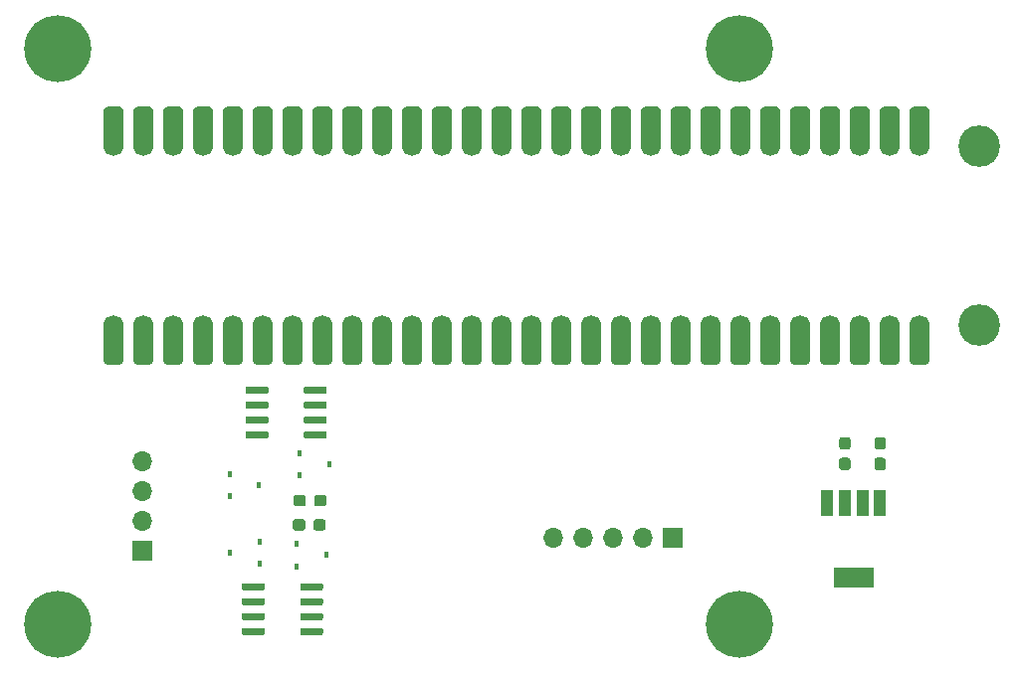
<source format=gts>
G04 #@! TF.GenerationSoftware,KiCad,Pcbnew,(5.1.5-0-10_14)*
G04 #@! TF.CreationDate,2020-04-21T13:10:17+02:00*
G04 #@! TF.ProjectId,Curiosity_Nano_Full-bridge_module_rev1,43757269-6f73-4697-9479-5f4e616e6f5f,rev?*
G04 #@! TF.SameCoordinates,Original*
G04 #@! TF.FileFunction,Soldermask,Top*
G04 #@! TF.FilePolarity,Negative*
%FSLAX46Y46*%
G04 Gerber Fmt 4.6, Leading zero omitted, Abs format (unit mm)*
G04 Created by KiCad (PCBNEW (5.1.5-0-10_14)) date 2020-04-21 13:10:17*
%MOMM*%
%LPD*%
G04 APERTURE LIST*
%ADD10C,3.540000*%
%ADD11C,0.100000*%
%ADD12C,1.700000*%
%ADD13R,1.000000X2.200000*%
%ADD14R,3.400000X1.800000*%
%ADD15R,0.450000X0.480000*%
%ADD16C,5.700000*%
%ADD17R,1.700000X1.700000*%
%ADD18O,1.700000X1.700000*%
G04 APERTURE END LIST*
D10*
X143890000Y-82010000D03*
X143890000Y-66770000D03*
D11*
G36*
X70696657Y-63398046D02*
G01*
X70737913Y-63404166D01*
X70778371Y-63414300D01*
X70817640Y-63428351D01*
X70855344Y-63446183D01*
X70891117Y-63467625D01*
X70924617Y-63492471D01*
X70955520Y-63520480D01*
X70983529Y-63551383D01*
X71008375Y-63584883D01*
X71029817Y-63620656D01*
X71047649Y-63658360D01*
X71061700Y-63697629D01*
X71071834Y-63738087D01*
X71077954Y-63779343D01*
X71080000Y-63821000D01*
X71080000Y-66671000D01*
X71077954Y-66712657D01*
X71071834Y-66753913D01*
X71061700Y-66794371D01*
X71047649Y-66833640D01*
X71029817Y-66871344D01*
X71008375Y-66907117D01*
X70983529Y-66940617D01*
X70955520Y-66971520D01*
X70924617Y-66999529D01*
X70891117Y-67024375D01*
X70855344Y-67045817D01*
X70817640Y-67063649D01*
X70778371Y-67077700D01*
X70737913Y-67087834D01*
X70696657Y-67093954D01*
X70655000Y-67096000D01*
X69805000Y-67096000D01*
X69763343Y-67093954D01*
X69722087Y-67087834D01*
X69681629Y-67077700D01*
X69642360Y-67063649D01*
X69604656Y-67045817D01*
X69568883Y-67024375D01*
X69535383Y-66999529D01*
X69504480Y-66971520D01*
X69476471Y-66940617D01*
X69451625Y-66907117D01*
X69430183Y-66871344D01*
X69412351Y-66833640D01*
X69398300Y-66794371D01*
X69388166Y-66753913D01*
X69382046Y-66712657D01*
X69380000Y-66671000D01*
X69380000Y-63821000D01*
X69382046Y-63779343D01*
X69388166Y-63738087D01*
X69398300Y-63697629D01*
X69412351Y-63658360D01*
X69430183Y-63620656D01*
X69451625Y-63584883D01*
X69476471Y-63551383D01*
X69504480Y-63520480D01*
X69535383Y-63492471D01*
X69568883Y-63467625D01*
X69604656Y-63446183D01*
X69642360Y-63428351D01*
X69681629Y-63414300D01*
X69722087Y-63404166D01*
X69763343Y-63398046D01*
X69805000Y-63396000D01*
X70655000Y-63396000D01*
X70696657Y-63398046D01*
G37*
G36*
X73236657Y-63398046D02*
G01*
X73277913Y-63404166D01*
X73318371Y-63414300D01*
X73357640Y-63428351D01*
X73395344Y-63446183D01*
X73431117Y-63467625D01*
X73464617Y-63492471D01*
X73495520Y-63520480D01*
X73523529Y-63551383D01*
X73548375Y-63584883D01*
X73569817Y-63620656D01*
X73587649Y-63658360D01*
X73601700Y-63697629D01*
X73611834Y-63738087D01*
X73617954Y-63779343D01*
X73620000Y-63821000D01*
X73620000Y-66671000D01*
X73617954Y-66712657D01*
X73611834Y-66753913D01*
X73601700Y-66794371D01*
X73587649Y-66833640D01*
X73569817Y-66871344D01*
X73548375Y-66907117D01*
X73523529Y-66940617D01*
X73495520Y-66971520D01*
X73464617Y-66999529D01*
X73431117Y-67024375D01*
X73395344Y-67045817D01*
X73357640Y-67063649D01*
X73318371Y-67077700D01*
X73277913Y-67087834D01*
X73236657Y-67093954D01*
X73195000Y-67096000D01*
X72345000Y-67096000D01*
X72303343Y-67093954D01*
X72262087Y-67087834D01*
X72221629Y-67077700D01*
X72182360Y-67063649D01*
X72144656Y-67045817D01*
X72108883Y-67024375D01*
X72075383Y-66999529D01*
X72044480Y-66971520D01*
X72016471Y-66940617D01*
X71991625Y-66907117D01*
X71970183Y-66871344D01*
X71952351Y-66833640D01*
X71938300Y-66794371D01*
X71928166Y-66753913D01*
X71922046Y-66712657D01*
X71920000Y-66671000D01*
X71920000Y-63821000D01*
X71922046Y-63779343D01*
X71928166Y-63738087D01*
X71938300Y-63697629D01*
X71952351Y-63658360D01*
X71970183Y-63620656D01*
X71991625Y-63584883D01*
X72016471Y-63551383D01*
X72044480Y-63520480D01*
X72075383Y-63492471D01*
X72108883Y-63467625D01*
X72144656Y-63446183D01*
X72182360Y-63428351D01*
X72221629Y-63414300D01*
X72262087Y-63404166D01*
X72303343Y-63398046D01*
X72345000Y-63396000D01*
X73195000Y-63396000D01*
X73236657Y-63398046D01*
G37*
G36*
X75776657Y-63398046D02*
G01*
X75817913Y-63404166D01*
X75858371Y-63414300D01*
X75897640Y-63428351D01*
X75935344Y-63446183D01*
X75971117Y-63467625D01*
X76004617Y-63492471D01*
X76035520Y-63520480D01*
X76063529Y-63551383D01*
X76088375Y-63584883D01*
X76109817Y-63620656D01*
X76127649Y-63658360D01*
X76141700Y-63697629D01*
X76151834Y-63738087D01*
X76157954Y-63779343D01*
X76160000Y-63821000D01*
X76160000Y-66671000D01*
X76157954Y-66712657D01*
X76151834Y-66753913D01*
X76141700Y-66794371D01*
X76127649Y-66833640D01*
X76109817Y-66871344D01*
X76088375Y-66907117D01*
X76063529Y-66940617D01*
X76035520Y-66971520D01*
X76004617Y-66999529D01*
X75971117Y-67024375D01*
X75935344Y-67045817D01*
X75897640Y-67063649D01*
X75858371Y-67077700D01*
X75817913Y-67087834D01*
X75776657Y-67093954D01*
X75735000Y-67096000D01*
X74885000Y-67096000D01*
X74843343Y-67093954D01*
X74802087Y-67087834D01*
X74761629Y-67077700D01*
X74722360Y-67063649D01*
X74684656Y-67045817D01*
X74648883Y-67024375D01*
X74615383Y-66999529D01*
X74584480Y-66971520D01*
X74556471Y-66940617D01*
X74531625Y-66907117D01*
X74510183Y-66871344D01*
X74492351Y-66833640D01*
X74478300Y-66794371D01*
X74468166Y-66753913D01*
X74462046Y-66712657D01*
X74460000Y-66671000D01*
X74460000Y-63821000D01*
X74462046Y-63779343D01*
X74468166Y-63738087D01*
X74478300Y-63697629D01*
X74492351Y-63658360D01*
X74510183Y-63620656D01*
X74531625Y-63584883D01*
X74556471Y-63551383D01*
X74584480Y-63520480D01*
X74615383Y-63492471D01*
X74648883Y-63467625D01*
X74684656Y-63446183D01*
X74722360Y-63428351D01*
X74761629Y-63414300D01*
X74802087Y-63404166D01*
X74843343Y-63398046D01*
X74885000Y-63396000D01*
X75735000Y-63396000D01*
X75776657Y-63398046D01*
G37*
G36*
X78316657Y-63398046D02*
G01*
X78357913Y-63404166D01*
X78398371Y-63414300D01*
X78437640Y-63428351D01*
X78475344Y-63446183D01*
X78511117Y-63467625D01*
X78544617Y-63492471D01*
X78575520Y-63520480D01*
X78603529Y-63551383D01*
X78628375Y-63584883D01*
X78649817Y-63620656D01*
X78667649Y-63658360D01*
X78681700Y-63697629D01*
X78691834Y-63738087D01*
X78697954Y-63779343D01*
X78700000Y-63821000D01*
X78700000Y-66671000D01*
X78697954Y-66712657D01*
X78691834Y-66753913D01*
X78681700Y-66794371D01*
X78667649Y-66833640D01*
X78649817Y-66871344D01*
X78628375Y-66907117D01*
X78603529Y-66940617D01*
X78575520Y-66971520D01*
X78544617Y-66999529D01*
X78511117Y-67024375D01*
X78475344Y-67045817D01*
X78437640Y-67063649D01*
X78398371Y-67077700D01*
X78357913Y-67087834D01*
X78316657Y-67093954D01*
X78275000Y-67096000D01*
X77425000Y-67096000D01*
X77383343Y-67093954D01*
X77342087Y-67087834D01*
X77301629Y-67077700D01*
X77262360Y-67063649D01*
X77224656Y-67045817D01*
X77188883Y-67024375D01*
X77155383Y-66999529D01*
X77124480Y-66971520D01*
X77096471Y-66940617D01*
X77071625Y-66907117D01*
X77050183Y-66871344D01*
X77032351Y-66833640D01*
X77018300Y-66794371D01*
X77008166Y-66753913D01*
X77002046Y-66712657D01*
X77000000Y-66671000D01*
X77000000Y-63821000D01*
X77002046Y-63779343D01*
X77008166Y-63738087D01*
X77018300Y-63697629D01*
X77032351Y-63658360D01*
X77050183Y-63620656D01*
X77071625Y-63584883D01*
X77096471Y-63551383D01*
X77124480Y-63520480D01*
X77155383Y-63492471D01*
X77188883Y-63467625D01*
X77224656Y-63446183D01*
X77262360Y-63428351D01*
X77301629Y-63414300D01*
X77342087Y-63404166D01*
X77383343Y-63398046D01*
X77425000Y-63396000D01*
X78275000Y-63396000D01*
X78316657Y-63398046D01*
G37*
G36*
X80856657Y-63398046D02*
G01*
X80897913Y-63404166D01*
X80938371Y-63414300D01*
X80977640Y-63428351D01*
X81015344Y-63446183D01*
X81051117Y-63467625D01*
X81084617Y-63492471D01*
X81115520Y-63520480D01*
X81143529Y-63551383D01*
X81168375Y-63584883D01*
X81189817Y-63620656D01*
X81207649Y-63658360D01*
X81221700Y-63697629D01*
X81231834Y-63738087D01*
X81237954Y-63779343D01*
X81240000Y-63821000D01*
X81240000Y-66671000D01*
X81237954Y-66712657D01*
X81231834Y-66753913D01*
X81221700Y-66794371D01*
X81207649Y-66833640D01*
X81189817Y-66871344D01*
X81168375Y-66907117D01*
X81143529Y-66940617D01*
X81115520Y-66971520D01*
X81084617Y-66999529D01*
X81051117Y-67024375D01*
X81015344Y-67045817D01*
X80977640Y-67063649D01*
X80938371Y-67077700D01*
X80897913Y-67087834D01*
X80856657Y-67093954D01*
X80815000Y-67096000D01*
X79965000Y-67096000D01*
X79923343Y-67093954D01*
X79882087Y-67087834D01*
X79841629Y-67077700D01*
X79802360Y-67063649D01*
X79764656Y-67045817D01*
X79728883Y-67024375D01*
X79695383Y-66999529D01*
X79664480Y-66971520D01*
X79636471Y-66940617D01*
X79611625Y-66907117D01*
X79590183Y-66871344D01*
X79572351Y-66833640D01*
X79558300Y-66794371D01*
X79548166Y-66753913D01*
X79542046Y-66712657D01*
X79540000Y-66671000D01*
X79540000Y-63821000D01*
X79542046Y-63779343D01*
X79548166Y-63738087D01*
X79558300Y-63697629D01*
X79572351Y-63658360D01*
X79590183Y-63620656D01*
X79611625Y-63584883D01*
X79636471Y-63551383D01*
X79664480Y-63520480D01*
X79695383Y-63492471D01*
X79728883Y-63467625D01*
X79764656Y-63446183D01*
X79802360Y-63428351D01*
X79841629Y-63414300D01*
X79882087Y-63404166D01*
X79923343Y-63398046D01*
X79965000Y-63396000D01*
X80815000Y-63396000D01*
X80856657Y-63398046D01*
G37*
G36*
X83396657Y-63398046D02*
G01*
X83437913Y-63404166D01*
X83478371Y-63414300D01*
X83517640Y-63428351D01*
X83555344Y-63446183D01*
X83591117Y-63467625D01*
X83624617Y-63492471D01*
X83655520Y-63520480D01*
X83683529Y-63551383D01*
X83708375Y-63584883D01*
X83729817Y-63620656D01*
X83747649Y-63658360D01*
X83761700Y-63697629D01*
X83771834Y-63738087D01*
X83777954Y-63779343D01*
X83780000Y-63821000D01*
X83780000Y-66671000D01*
X83777954Y-66712657D01*
X83771834Y-66753913D01*
X83761700Y-66794371D01*
X83747649Y-66833640D01*
X83729817Y-66871344D01*
X83708375Y-66907117D01*
X83683529Y-66940617D01*
X83655520Y-66971520D01*
X83624617Y-66999529D01*
X83591117Y-67024375D01*
X83555344Y-67045817D01*
X83517640Y-67063649D01*
X83478371Y-67077700D01*
X83437913Y-67087834D01*
X83396657Y-67093954D01*
X83355000Y-67096000D01*
X82505000Y-67096000D01*
X82463343Y-67093954D01*
X82422087Y-67087834D01*
X82381629Y-67077700D01*
X82342360Y-67063649D01*
X82304656Y-67045817D01*
X82268883Y-67024375D01*
X82235383Y-66999529D01*
X82204480Y-66971520D01*
X82176471Y-66940617D01*
X82151625Y-66907117D01*
X82130183Y-66871344D01*
X82112351Y-66833640D01*
X82098300Y-66794371D01*
X82088166Y-66753913D01*
X82082046Y-66712657D01*
X82080000Y-66671000D01*
X82080000Y-63821000D01*
X82082046Y-63779343D01*
X82088166Y-63738087D01*
X82098300Y-63697629D01*
X82112351Y-63658360D01*
X82130183Y-63620656D01*
X82151625Y-63584883D01*
X82176471Y-63551383D01*
X82204480Y-63520480D01*
X82235383Y-63492471D01*
X82268883Y-63467625D01*
X82304656Y-63446183D01*
X82342360Y-63428351D01*
X82381629Y-63414300D01*
X82422087Y-63404166D01*
X82463343Y-63398046D01*
X82505000Y-63396000D01*
X83355000Y-63396000D01*
X83396657Y-63398046D01*
G37*
G36*
X85936657Y-63398046D02*
G01*
X85977913Y-63404166D01*
X86018371Y-63414300D01*
X86057640Y-63428351D01*
X86095344Y-63446183D01*
X86131117Y-63467625D01*
X86164617Y-63492471D01*
X86195520Y-63520480D01*
X86223529Y-63551383D01*
X86248375Y-63584883D01*
X86269817Y-63620656D01*
X86287649Y-63658360D01*
X86301700Y-63697629D01*
X86311834Y-63738087D01*
X86317954Y-63779343D01*
X86320000Y-63821000D01*
X86320000Y-66671000D01*
X86317954Y-66712657D01*
X86311834Y-66753913D01*
X86301700Y-66794371D01*
X86287649Y-66833640D01*
X86269817Y-66871344D01*
X86248375Y-66907117D01*
X86223529Y-66940617D01*
X86195520Y-66971520D01*
X86164617Y-66999529D01*
X86131117Y-67024375D01*
X86095344Y-67045817D01*
X86057640Y-67063649D01*
X86018371Y-67077700D01*
X85977913Y-67087834D01*
X85936657Y-67093954D01*
X85895000Y-67096000D01*
X85045000Y-67096000D01*
X85003343Y-67093954D01*
X84962087Y-67087834D01*
X84921629Y-67077700D01*
X84882360Y-67063649D01*
X84844656Y-67045817D01*
X84808883Y-67024375D01*
X84775383Y-66999529D01*
X84744480Y-66971520D01*
X84716471Y-66940617D01*
X84691625Y-66907117D01*
X84670183Y-66871344D01*
X84652351Y-66833640D01*
X84638300Y-66794371D01*
X84628166Y-66753913D01*
X84622046Y-66712657D01*
X84620000Y-66671000D01*
X84620000Y-63821000D01*
X84622046Y-63779343D01*
X84628166Y-63738087D01*
X84638300Y-63697629D01*
X84652351Y-63658360D01*
X84670183Y-63620656D01*
X84691625Y-63584883D01*
X84716471Y-63551383D01*
X84744480Y-63520480D01*
X84775383Y-63492471D01*
X84808883Y-63467625D01*
X84844656Y-63446183D01*
X84882360Y-63428351D01*
X84921629Y-63414300D01*
X84962087Y-63404166D01*
X85003343Y-63398046D01*
X85045000Y-63396000D01*
X85895000Y-63396000D01*
X85936657Y-63398046D01*
G37*
G36*
X88476657Y-63398046D02*
G01*
X88517913Y-63404166D01*
X88558371Y-63414300D01*
X88597640Y-63428351D01*
X88635344Y-63446183D01*
X88671117Y-63467625D01*
X88704617Y-63492471D01*
X88735520Y-63520480D01*
X88763529Y-63551383D01*
X88788375Y-63584883D01*
X88809817Y-63620656D01*
X88827649Y-63658360D01*
X88841700Y-63697629D01*
X88851834Y-63738087D01*
X88857954Y-63779343D01*
X88860000Y-63821000D01*
X88860000Y-66671000D01*
X88857954Y-66712657D01*
X88851834Y-66753913D01*
X88841700Y-66794371D01*
X88827649Y-66833640D01*
X88809817Y-66871344D01*
X88788375Y-66907117D01*
X88763529Y-66940617D01*
X88735520Y-66971520D01*
X88704617Y-66999529D01*
X88671117Y-67024375D01*
X88635344Y-67045817D01*
X88597640Y-67063649D01*
X88558371Y-67077700D01*
X88517913Y-67087834D01*
X88476657Y-67093954D01*
X88435000Y-67096000D01*
X87585000Y-67096000D01*
X87543343Y-67093954D01*
X87502087Y-67087834D01*
X87461629Y-67077700D01*
X87422360Y-67063649D01*
X87384656Y-67045817D01*
X87348883Y-67024375D01*
X87315383Y-66999529D01*
X87284480Y-66971520D01*
X87256471Y-66940617D01*
X87231625Y-66907117D01*
X87210183Y-66871344D01*
X87192351Y-66833640D01*
X87178300Y-66794371D01*
X87168166Y-66753913D01*
X87162046Y-66712657D01*
X87160000Y-66671000D01*
X87160000Y-63821000D01*
X87162046Y-63779343D01*
X87168166Y-63738087D01*
X87178300Y-63697629D01*
X87192351Y-63658360D01*
X87210183Y-63620656D01*
X87231625Y-63584883D01*
X87256471Y-63551383D01*
X87284480Y-63520480D01*
X87315383Y-63492471D01*
X87348883Y-63467625D01*
X87384656Y-63446183D01*
X87422360Y-63428351D01*
X87461629Y-63414300D01*
X87502087Y-63404166D01*
X87543343Y-63398046D01*
X87585000Y-63396000D01*
X88435000Y-63396000D01*
X88476657Y-63398046D01*
G37*
G36*
X91016657Y-63398046D02*
G01*
X91057913Y-63404166D01*
X91098371Y-63414300D01*
X91137640Y-63428351D01*
X91175344Y-63446183D01*
X91211117Y-63467625D01*
X91244617Y-63492471D01*
X91275520Y-63520480D01*
X91303529Y-63551383D01*
X91328375Y-63584883D01*
X91349817Y-63620656D01*
X91367649Y-63658360D01*
X91381700Y-63697629D01*
X91391834Y-63738087D01*
X91397954Y-63779343D01*
X91400000Y-63821000D01*
X91400000Y-66671000D01*
X91397954Y-66712657D01*
X91391834Y-66753913D01*
X91381700Y-66794371D01*
X91367649Y-66833640D01*
X91349817Y-66871344D01*
X91328375Y-66907117D01*
X91303529Y-66940617D01*
X91275520Y-66971520D01*
X91244617Y-66999529D01*
X91211117Y-67024375D01*
X91175344Y-67045817D01*
X91137640Y-67063649D01*
X91098371Y-67077700D01*
X91057913Y-67087834D01*
X91016657Y-67093954D01*
X90975000Y-67096000D01*
X90125000Y-67096000D01*
X90083343Y-67093954D01*
X90042087Y-67087834D01*
X90001629Y-67077700D01*
X89962360Y-67063649D01*
X89924656Y-67045817D01*
X89888883Y-67024375D01*
X89855383Y-66999529D01*
X89824480Y-66971520D01*
X89796471Y-66940617D01*
X89771625Y-66907117D01*
X89750183Y-66871344D01*
X89732351Y-66833640D01*
X89718300Y-66794371D01*
X89708166Y-66753913D01*
X89702046Y-66712657D01*
X89700000Y-66671000D01*
X89700000Y-63821000D01*
X89702046Y-63779343D01*
X89708166Y-63738087D01*
X89718300Y-63697629D01*
X89732351Y-63658360D01*
X89750183Y-63620656D01*
X89771625Y-63584883D01*
X89796471Y-63551383D01*
X89824480Y-63520480D01*
X89855383Y-63492471D01*
X89888883Y-63467625D01*
X89924656Y-63446183D01*
X89962360Y-63428351D01*
X90001629Y-63414300D01*
X90042087Y-63404166D01*
X90083343Y-63398046D01*
X90125000Y-63396000D01*
X90975000Y-63396000D01*
X91016657Y-63398046D01*
G37*
G36*
X93556657Y-63398046D02*
G01*
X93597913Y-63404166D01*
X93638371Y-63414300D01*
X93677640Y-63428351D01*
X93715344Y-63446183D01*
X93751117Y-63467625D01*
X93784617Y-63492471D01*
X93815520Y-63520480D01*
X93843529Y-63551383D01*
X93868375Y-63584883D01*
X93889817Y-63620656D01*
X93907649Y-63658360D01*
X93921700Y-63697629D01*
X93931834Y-63738087D01*
X93937954Y-63779343D01*
X93940000Y-63821000D01*
X93940000Y-66671000D01*
X93937954Y-66712657D01*
X93931834Y-66753913D01*
X93921700Y-66794371D01*
X93907649Y-66833640D01*
X93889817Y-66871344D01*
X93868375Y-66907117D01*
X93843529Y-66940617D01*
X93815520Y-66971520D01*
X93784617Y-66999529D01*
X93751117Y-67024375D01*
X93715344Y-67045817D01*
X93677640Y-67063649D01*
X93638371Y-67077700D01*
X93597913Y-67087834D01*
X93556657Y-67093954D01*
X93515000Y-67096000D01*
X92665000Y-67096000D01*
X92623343Y-67093954D01*
X92582087Y-67087834D01*
X92541629Y-67077700D01*
X92502360Y-67063649D01*
X92464656Y-67045817D01*
X92428883Y-67024375D01*
X92395383Y-66999529D01*
X92364480Y-66971520D01*
X92336471Y-66940617D01*
X92311625Y-66907117D01*
X92290183Y-66871344D01*
X92272351Y-66833640D01*
X92258300Y-66794371D01*
X92248166Y-66753913D01*
X92242046Y-66712657D01*
X92240000Y-66671000D01*
X92240000Y-63821000D01*
X92242046Y-63779343D01*
X92248166Y-63738087D01*
X92258300Y-63697629D01*
X92272351Y-63658360D01*
X92290183Y-63620656D01*
X92311625Y-63584883D01*
X92336471Y-63551383D01*
X92364480Y-63520480D01*
X92395383Y-63492471D01*
X92428883Y-63467625D01*
X92464656Y-63446183D01*
X92502360Y-63428351D01*
X92541629Y-63414300D01*
X92582087Y-63404166D01*
X92623343Y-63398046D01*
X92665000Y-63396000D01*
X93515000Y-63396000D01*
X93556657Y-63398046D01*
G37*
G36*
X96096657Y-63398046D02*
G01*
X96137913Y-63404166D01*
X96178371Y-63414300D01*
X96217640Y-63428351D01*
X96255344Y-63446183D01*
X96291117Y-63467625D01*
X96324617Y-63492471D01*
X96355520Y-63520480D01*
X96383529Y-63551383D01*
X96408375Y-63584883D01*
X96429817Y-63620656D01*
X96447649Y-63658360D01*
X96461700Y-63697629D01*
X96471834Y-63738087D01*
X96477954Y-63779343D01*
X96480000Y-63821000D01*
X96480000Y-66671000D01*
X96477954Y-66712657D01*
X96471834Y-66753913D01*
X96461700Y-66794371D01*
X96447649Y-66833640D01*
X96429817Y-66871344D01*
X96408375Y-66907117D01*
X96383529Y-66940617D01*
X96355520Y-66971520D01*
X96324617Y-66999529D01*
X96291117Y-67024375D01*
X96255344Y-67045817D01*
X96217640Y-67063649D01*
X96178371Y-67077700D01*
X96137913Y-67087834D01*
X96096657Y-67093954D01*
X96055000Y-67096000D01*
X95205000Y-67096000D01*
X95163343Y-67093954D01*
X95122087Y-67087834D01*
X95081629Y-67077700D01*
X95042360Y-67063649D01*
X95004656Y-67045817D01*
X94968883Y-67024375D01*
X94935383Y-66999529D01*
X94904480Y-66971520D01*
X94876471Y-66940617D01*
X94851625Y-66907117D01*
X94830183Y-66871344D01*
X94812351Y-66833640D01*
X94798300Y-66794371D01*
X94788166Y-66753913D01*
X94782046Y-66712657D01*
X94780000Y-66671000D01*
X94780000Y-63821000D01*
X94782046Y-63779343D01*
X94788166Y-63738087D01*
X94798300Y-63697629D01*
X94812351Y-63658360D01*
X94830183Y-63620656D01*
X94851625Y-63584883D01*
X94876471Y-63551383D01*
X94904480Y-63520480D01*
X94935383Y-63492471D01*
X94968883Y-63467625D01*
X95004656Y-63446183D01*
X95042360Y-63428351D01*
X95081629Y-63414300D01*
X95122087Y-63404166D01*
X95163343Y-63398046D01*
X95205000Y-63396000D01*
X96055000Y-63396000D01*
X96096657Y-63398046D01*
G37*
G36*
X98636657Y-63398046D02*
G01*
X98677913Y-63404166D01*
X98718371Y-63414300D01*
X98757640Y-63428351D01*
X98795344Y-63446183D01*
X98831117Y-63467625D01*
X98864617Y-63492471D01*
X98895520Y-63520480D01*
X98923529Y-63551383D01*
X98948375Y-63584883D01*
X98969817Y-63620656D01*
X98987649Y-63658360D01*
X99001700Y-63697629D01*
X99011834Y-63738087D01*
X99017954Y-63779343D01*
X99020000Y-63821000D01*
X99020000Y-66671000D01*
X99017954Y-66712657D01*
X99011834Y-66753913D01*
X99001700Y-66794371D01*
X98987649Y-66833640D01*
X98969817Y-66871344D01*
X98948375Y-66907117D01*
X98923529Y-66940617D01*
X98895520Y-66971520D01*
X98864617Y-66999529D01*
X98831117Y-67024375D01*
X98795344Y-67045817D01*
X98757640Y-67063649D01*
X98718371Y-67077700D01*
X98677913Y-67087834D01*
X98636657Y-67093954D01*
X98595000Y-67096000D01*
X97745000Y-67096000D01*
X97703343Y-67093954D01*
X97662087Y-67087834D01*
X97621629Y-67077700D01*
X97582360Y-67063649D01*
X97544656Y-67045817D01*
X97508883Y-67024375D01*
X97475383Y-66999529D01*
X97444480Y-66971520D01*
X97416471Y-66940617D01*
X97391625Y-66907117D01*
X97370183Y-66871344D01*
X97352351Y-66833640D01*
X97338300Y-66794371D01*
X97328166Y-66753913D01*
X97322046Y-66712657D01*
X97320000Y-66671000D01*
X97320000Y-63821000D01*
X97322046Y-63779343D01*
X97328166Y-63738087D01*
X97338300Y-63697629D01*
X97352351Y-63658360D01*
X97370183Y-63620656D01*
X97391625Y-63584883D01*
X97416471Y-63551383D01*
X97444480Y-63520480D01*
X97475383Y-63492471D01*
X97508883Y-63467625D01*
X97544656Y-63446183D01*
X97582360Y-63428351D01*
X97621629Y-63414300D01*
X97662087Y-63404166D01*
X97703343Y-63398046D01*
X97745000Y-63396000D01*
X98595000Y-63396000D01*
X98636657Y-63398046D01*
G37*
G36*
X101176657Y-63398046D02*
G01*
X101217913Y-63404166D01*
X101258371Y-63414300D01*
X101297640Y-63428351D01*
X101335344Y-63446183D01*
X101371117Y-63467625D01*
X101404617Y-63492471D01*
X101435520Y-63520480D01*
X101463529Y-63551383D01*
X101488375Y-63584883D01*
X101509817Y-63620656D01*
X101527649Y-63658360D01*
X101541700Y-63697629D01*
X101551834Y-63738087D01*
X101557954Y-63779343D01*
X101560000Y-63821000D01*
X101560000Y-66671000D01*
X101557954Y-66712657D01*
X101551834Y-66753913D01*
X101541700Y-66794371D01*
X101527649Y-66833640D01*
X101509817Y-66871344D01*
X101488375Y-66907117D01*
X101463529Y-66940617D01*
X101435520Y-66971520D01*
X101404617Y-66999529D01*
X101371117Y-67024375D01*
X101335344Y-67045817D01*
X101297640Y-67063649D01*
X101258371Y-67077700D01*
X101217913Y-67087834D01*
X101176657Y-67093954D01*
X101135000Y-67096000D01*
X100285000Y-67096000D01*
X100243343Y-67093954D01*
X100202087Y-67087834D01*
X100161629Y-67077700D01*
X100122360Y-67063649D01*
X100084656Y-67045817D01*
X100048883Y-67024375D01*
X100015383Y-66999529D01*
X99984480Y-66971520D01*
X99956471Y-66940617D01*
X99931625Y-66907117D01*
X99910183Y-66871344D01*
X99892351Y-66833640D01*
X99878300Y-66794371D01*
X99868166Y-66753913D01*
X99862046Y-66712657D01*
X99860000Y-66671000D01*
X99860000Y-63821000D01*
X99862046Y-63779343D01*
X99868166Y-63738087D01*
X99878300Y-63697629D01*
X99892351Y-63658360D01*
X99910183Y-63620656D01*
X99931625Y-63584883D01*
X99956471Y-63551383D01*
X99984480Y-63520480D01*
X100015383Y-63492471D01*
X100048883Y-63467625D01*
X100084656Y-63446183D01*
X100122360Y-63428351D01*
X100161629Y-63414300D01*
X100202087Y-63404166D01*
X100243343Y-63398046D01*
X100285000Y-63396000D01*
X101135000Y-63396000D01*
X101176657Y-63398046D01*
G37*
G36*
X103716657Y-63398046D02*
G01*
X103757913Y-63404166D01*
X103798371Y-63414300D01*
X103837640Y-63428351D01*
X103875344Y-63446183D01*
X103911117Y-63467625D01*
X103944617Y-63492471D01*
X103975520Y-63520480D01*
X104003529Y-63551383D01*
X104028375Y-63584883D01*
X104049817Y-63620656D01*
X104067649Y-63658360D01*
X104081700Y-63697629D01*
X104091834Y-63738087D01*
X104097954Y-63779343D01*
X104100000Y-63821000D01*
X104100000Y-66671000D01*
X104097954Y-66712657D01*
X104091834Y-66753913D01*
X104081700Y-66794371D01*
X104067649Y-66833640D01*
X104049817Y-66871344D01*
X104028375Y-66907117D01*
X104003529Y-66940617D01*
X103975520Y-66971520D01*
X103944617Y-66999529D01*
X103911117Y-67024375D01*
X103875344Y-67045817D01*
X103837640Y-67063649D01*
X103798371Y-67077700D01*
X103757913Y-67087834D01*
X103716657Y-67093954D01*
X103675000Y-67096000D01*
X102825000Y-67096000D01*
X102783343Y-67093954D01*
X102742087Y-67087834D01*
X102701629Y-67077700D01*
X102662360Y-67063649D01*
X102624656Y-67045817D01*
X102588883Y-67024375D01*
X102555383Y-66999529D01*
X102524480Y-66971520D01*
X102496471Y-66940617D01*
X102471625Y-66907117D01*
X102450183Y-66871344D01*
X102432351Y-66833640D01*
X102418300Y-66794371D01*
X102408166Y-66753913D01*
X102402046Y-66712657D01*
X102400000Y-66671000D01*
X102400000Y-63821000D01*
X102402046Y-63779343D01*
X102408166Y-63738087D01*
X102418300Y-63697629D01*
X102432351Y-63658360D01*
X102450183Y-63620656D01*
X102471625Y-63584883D01*
X102496471Y-63551383D01*
X102524480Y-63520480D01*
X102555383Y-63492471D01*
X102588883Y-63467625D01*
X102624656Y-63446183D01*
X102662360Y-63428351D01*
X102701629Y-63414300D01*
X102742087Y-63404166D01*
X102783343Y-63398046D01*
X102825000Y-63396000D01*
X103675000Y-63396000D01*
X103716657Y-63398046D01*
G37*
G36*
X106256657Y-63398046D02*
G01*
X106297913Y-63404166D01*
X106338371Y-63414300D01*
X106377640Y-63428351D01*
X106415344Y-63446183D01*
X106451117Y-63467625D01*
X106484617Y-63492471D01*
X106515520Y-63520480D01*
X106543529Y-63551383D01*
X106568375Y-63584883D01*
X106589817Y-63620656D01*
X106607649Y-63658360D01*
X106621700Y-63697629D01*
X106631834Y-63738087D01*
X106637954Y-63779343D01*
X106640000Y-63821000D01*
X106640000Y-66671000D01*
X106637954Y-66712657D01*
X106631834Y-66753913D01*
X106621700Y-66794371D01*
X106607649Y-66833640D01*
X106589817Y-66871344D01*
X106568375Y-66907117D01*
X106543529Y-66940617D01*
X106515520Y-66971520D01*
X106484617Y-66999529D01*
X106451117Y-67024375D01*
X106415344Y-67045817D01*
X106377640Y-67063649D01*
X106338371Y-67077700D01*
X106297913Y-67087834D01*
X106256657Y-67093954D01*
X106215000Y-67096000D01*
X105365000Y-67096000D01*
X105323343Y-67093954D01*
X105282087Y-67087834D01*
X105241629Y-67077700D01*
X105202360Y-67063649D01*
X105164656Y-67045817D01*
X105128883Y-67024375D01*
X105095383Y-66999529D01*
X105064480Y-66971520D01*
X105036471Y-66940617D01*
X105011625Y-66907117D01*
X104990183Y-66871344D01*
X104972351Y-66833640D01*
X104958300Y-66794371D01*
X104948166Y-66753913D01*
X104942046Y-66712657D01*
X104940000Y-66671000D01*
X104940000Y-63821000D01*
X104942046Y-63779343D01*
X104948166Y-63738087D01*
X104958300Y-63697629D01*
X104972351Y-63658360D01*
X104990183Y-63620656D01*
X105011625Y-63584883D01*
X105036471Y-63551383D01*
X105064480Y-63520480D01*
X105095383Y-63492471D01*
X105128883Y-63467625D01*
X105164656Y-63446183D01*
X105202360Y-63428351D01*
X105241629Y-63414300D01*
X105282087Y-63404166D01*
X105323343Y-63398046D01*
X105365000Y-63396000D01*
X106215000Y-63396000D01*
X106256657Y-63398046D01*
G37*
G36*
X108796657Y-63398046D02*
G01*
X108837913Y-63404166D01*
X108878371Y-63414300D01*
X108917640Y-63428351D01*
X108955344Y-63446183D01*
X108991117Y-63467625D01*
X109024617Y-63492471D01*
X109055520Y-63520480D01*
X109083529Y-63551383D01*
X109108375Y-63584883D01*
X109129817Y-63620656D01*
X109147649Y-63658360D01*
X109161700Y-63697629D01*
X109171834Y-63738087D01*
X109177954Y-63779343D01*
X109180000Y-63821000D01*
X109180000Y-66671000D01*
X109177954Y-66712657D01*
X109171834Y-66753913D01*
X109161700Y-66794371D01*
X109147649Y-66833640D01*
X109129817Y-66871344D01*
X109108375Y-66907117D01*
X109083529Y-66940617D01*
X109055520Y-66971520D01*
X109024617Y-66999529D01*
X108991117Y-67024375D01*
X108955344Y-67045817D01*
X108917640Y-67063649D01*
X108878371Y-67077700D01*
X108837913Y-67087834D01*
X108796657Y-67093954D01*
X108755000Y-67096000D01*
X107905000Y-67096000D01*
X107863343Y-67093954D01*
X107822087Y-67087834D01*
X107781629Y-67077700D01*
X107742360Y-67063649D01*
X107704656Y-67045817D01*
X107668883Y-67024375D01*
X107635383Y-66999529D01*
X107604480Y-66971520D01*
X107576471Y-66940617D01*
X107551625Y-66907117D01*
X107530183Y-66871344D01*
X107512351Y-66833640D01*
X107498300Y-66794371D01*
X107488166Y-66753913D01*
X107482046Y-66712657D01*
X107480000Y-66671000D01*
X107480000Y-63821000D01*
X107482046Y-63779343D01*
X107488166Y-63738087D01*
X107498300Y-63697629D01*
X107512351Y-63658360D01*
X107530183Y-63620656D01*
X107551625Y-63584883D01*
X107576471Y-63551383D01*
X107604480Y-63520480D01*
X107635383Y-63492471D01*
X107668883Y-63467625D01*
X107704656Y-63446183D01*
X107742360Y-63428351D01*
X107781629Y-63414300D01*
X107822087Y-63404166D01*
X107863343Y-63398046D01*
X107905000Y-63396000D01*
X108755000Y-63396000D01*
X108796657Y-63398046D01*
G37*
G36*
X111336657Y-63398046D02*
G01*
X111377913Y-63404166D01*
X111418371Y-63414300D01*
X111457640Y-63428351D01*
X111495344Y-63446183D01*
X111531117Y-63467625D01*
X111564617Y-63492471D01*
X111595520Y-63520480D01*
X111623529Y-63551383D01*
X111648375Y-63584883D01*
X111669817Y-63620656D01*
X111687649Y-63658360D01*
X111701700Y-63697629D01*
X111711834Y-63738087D01*
X111717954Y-63779343D01*
X111720000Y-63821000D01*
X111720000Y-66671000D01*
X111717954Y-66712657D01*
X111711834Y-66753913D01*
X111701700Y-66794371D01*
X111687649Y-66833640D01*
X111669817Y-66871344D01*
X111648375Y-66907117D01*
X111623529Y-66940617D01*
X111595520Y-66971520D01*
X111564617Y-66999529D01*
X111531117Y-67024375D01*
X111495344Y-67045817D01*
X111457640Y-67063649D01*
X111418371Y-67077700D01*
X111377913Y-67087834D01*
X111336657Y-67093954D01*
X111295000Y-67096000D01*
X110445000Y-67096000D01*
X110403343Y-67093954D01*
X110362087Y-67087834D01*
X110321629Y-67077700D01*
X110282360Y-67063649D01*
X110244656Y-67045817D01*
X110208883Y-67024375D01*
X110175383Y-66999529D01*
X110144480Y-66971520D01*
X110116471Y-66940617D01*
X110091625Y-66907117D01*
X110070183Y-66871344D01*
X110052351Y-66833640D01*
X110038300Y-66794371D01*
X110028166Y-66753913D01*
X110022046Y-66712657D01*
X110020000Y-66671000D01*
X110020000Y-63821000D01*
X110022046Y-63779343D01*
X110028166Y-63738087D01*
X110038300Y-63697629D01*
X110052351Y-63658360D01*
X110070183Y-63620656D01*
X110091625Y-63584883D01*
X110116471Y-63551383D01*
X110144480Y-63520480D01*
X110175383Y-63492471D01*
X110208883Y-63467625D01*
X110244656Y-63446183D01*
X110282360Y-63428351D01*
X110321629Y-63414300D01*
X110362087Y-63404166D01*
X110403343Y-63398046D01*
X110445000Y-63396000D01*
X111295000Y-63396000D01*
X111336657Y-63398046D01*
G37*
G36*
X113876657Y-63398046D02*
G01*
X113917913Y-63404166D01*
X113958371Y-63414300D01*
X113997640Y-63428351D01*
X114035344Y-63446183D01*
X114071117Y-63467625D01*
X114104617Y-63492471D01*
X114135520Y-63520480D01*
X114163529Y-63551383D01*
X114188375Y-63584883D01*
X114209817Y-63620656D01*
X114227649Y-63658360D01*
X114241700Y-63697629D01*
X114251834Y-63738087D01*
X114257954Y-63779343D01*
X114260000Y-63821000D01*
X114260000Y-66671000D01*
X114257954Y-66712657D01*
X114251834Y-66753913D01*
X114241700Y-66794371D01*
X114227649Y-66833640D01*
X114209817Y-66871344D01*
X114188375Y-66907117D01*
X114163529Y-66940617D01*
X114135520Y-66971520D01*
X114104617Y-66999529D01*
X114071117Y-67024375D01*
X114035344Y-67045817D01*
X113997640Y-67063649D01*
X113958371Y-67077700D01*
X113917913Y-67087834D01*
X113876657Y-67093954D01*
X113835000Y-67096000D01*
X112985000Y-67096000D01*
X112943343Y-67093954D01*
X112902087Y-67087834D01*
X112861629Y-67077700D01*
X112822360Y-67063649D01*
X112784656Y-67045817D01*
X112748883Y-67024375D01*
X112715383Y-66999529D01*
X112684480Y-66971520D01*
X112656471Y-66940617D01*
X112631625Y-66907117D01*
X112610183Y-66871344D01*
X112592351Y-66833640D01*
X112578300Y-66794371D01*
X112568166Y-66753913D01*
X112562046Y-66712657D01*
X112560000Y-66671000D01*
X112560000Y-63821000D01*
X112562046Y-63779343D01*
X112568166Y-63738087D01*
X112578300Y-63697629D01*
X112592351Y-63658360D01*
X112610183Y-63620656D01*
X112631625Y-63584883D01*
X112656471Y-63551383D01*
X112684480Y-63520480D01*
X112715383Y-63492471D01*
X112748883Y-63467625D01*
X112784656Y-63446183D01*
X112822360Y-63428351D01*
X112861629Y-63414300D01*
X112902087Y-63404166D01*
X112943343Y-63398046D01*
X112985000Y-63396000D01*
X113835000Y-63396000D01*
X113876657Y-63398046D01*
G37*
G36*
X116416657Y-63398046D02*
G01*
X116457913Y-63404166D01*
X116498371Y-63414300D01*
X116537640Y-63428351D01*
X116575344Y-63446183D01*
X116611117Y-63467625D01*
X116644617Y-63492471D01*
X116675520Y-63520480D01*
X116703529Y-63551383D01*
X116728375Y-63584883D01*
X116749817Y-63620656D01*
X116767649Y-63658360D01*
X116781700Y-63697629D01*
X116791834Y-63738087D01*
X116797954Y-63779343D01*
X116800000Y-63821000D01*
X116800000Y-66671000D01*
X116797954Y-66712657D01*
X116791834Y-66753913D01*
X116781700Y-66794371D01*
X116767649Y-66833640D01*
X116749817Y-66871344D01*
X116728375Y-66907117D01*
X116703529Y-66940617D01*
X116675520Y-66971520D01*
X116644617Y-66999529D01*
X116611117Y-67024375D01*
X116575344Y-67045817D01*
X116537640Y-67063649D01*
X116498371Y-67077700D01*
X116457913Y-67087834D01*
X116416657Y-67093954D01*
X116375000Y-67096000D01*
X115525000Y-67096000D01*
X115483343Y-67093954D01*
X115442087Y-67087834D01*
X115401629Y-67077700D01*
X115362360Y-67063649D01*
X115324656Y-67045817D01*
X115288883Y-67024375D01*
X115255383Y-66999529D01*
X115224480Y-66971520D01*
X115196471Y-66940617D01*
X115171625Y-66907117D01*
X115150183Y-66871344D01*
X115132351Y-66833640D01*
X115118300Y-66794371D01*
X115108166Y-66753913D01*
X115102046Y-66712657D01*
X115100000Y-66671000D01*
X115100000Y-63821000D01*
X115102046Y-63779343D01*
X115108166Y-63738087D01*
X115118300Y-63697629D01*
X115132351Y-63658360D01*
X115150183Y-63620656D01*
X115171625Y-63584883D01*
X115196471Y-63551383D01*
X115224480Y-63520480D01*
X115255383Y-63492471D01*
X115288883Y-63467625D01*
X115324656Y-63446183D01*
X115362360Y-63428351D01*
X115401629Y-63414300D01*
X115442087Y-63404166D01*
X115483343Y-63398046D01*
X115525000Y-63396000D01*
X116375000Y-63396000D01*
X116416657Y-63398046D01*
G37*
G36*
X118956657Y-63398046D02*
G01*
X118997913Y-63404166D01*
X119038371Y-63414300D01*
X119077640Y-63428351D01*
X119115344Y-63446183D01*
X119151117Y-63467625D01*
X119184617Y-63492471D01*
X119215520Y-63520480D01*
X119243529Y-63551383D01*
X119268375Y-63584883D01*
X119289817Y-63620656D01*
X119307649Y-63658360D01*
X119321700Y-63697629D01*
X119331834Y-63738087D01*
X119337954Y-63779343D01*
X119340000Y-63821000D01*
X119340000Y-66671000D01*
X119337954Y-66712657D01*
X119331834Y-66753913D01*
X119321700Y-66794371D01*
X119307649Y-66833640D01*
X119289817Y-66871344D01*
X119268375Y-66907117D01*
X119243529Y-66940617D01*
X119215520Y-66971520D01*
X119184617Y-66999529D01*
X119151117Y-67024375D01*
X119115344Y-67045817D01*
X119077640Y-67063649D01*
X119038371Y-67077700D01*
X118997913Y-67087834D01*
X118956657Y-67093954D01*
X118915000Y-67096000D01*
X118065000Y-67096000D01*
X118023343Y-67093954D01*
X117982087Y-67087834D01*
X117941629Y-67077700D01*
X117902360Y-67063649D01*
X117864656Y-67045817D01*
X117828883Y-67024375D01*
X117795383Y-66999529D01*
X117764480Y-66971520D01*
X117736471Y-66940617D01*
X117711625Y-66907117D01*
X117690183Y-66871344D01*
X117672351Y-66833640D01*
X117658300Y-66794371D01*
X117648166Y-66753913D01*
X117642046Y-66712657D01*
X117640000Y-66671000D01*
X117640000Y-63821000D01*
X117642046Y-63779343D01*
X117648166Y-63738087D01*
X117658300Y-63697629D01*
X117672351Y-63658360D01*
X117690183Y-63620656D01*
X117711625Y-63584883D01*
X117736471Y-63551383D01*
X117764480Y-63520480D01*
X117795383Y-63492471D01*
X117828883Y-63467625D01*
X117864656Y-63446183D01*
X117902360Y-63428351D01*
X117941629Y-63414300D01*
X117982087Y-63404166D01*
X118023343Y-63398046D01*
X118065000Y-63396000D01*
X118915000Y-63396000D01*
X118956657Y-63398046D01*
G37*
G36*
X121496657Y-63398046D02*
G01*
X121537913Y-63404166D01*
X121578371Y-63414300D01*
X121617640Y-63428351D01*
X121655344Y-63446183D01*
X121691117Y-63467625D01*
X121724617Y-63492471D01*
X121755520Y-63520480D01*
X121783529Y-63551383D01*
X121808375Y-63584883D01*
X121829817Y-63620656D01*
X121847649Y-63658360D01*
X121861700Y-63697629D01*
X121871834Y-63738087D01*
X121877954Y-63779343D01*
X121880000Y-63821000D01*
X121880000Y-66671000D01*
X121877954Y-66712657D01*
X121871834Y-66753913D01*
X121861700Y-66794371D01*
X121847649Y-66833640D01*
X121829817Y-66871344D01*
X121808375Y-66907117D01*
X121783529Y-66940617D01*
X121755520Y-66971520D01*
X121724617Y-66999529D01*
X121691117Y-67024375D01*
X121655344Y-67045817D01*
X121617640Y-67063649D01*
X121578371Y-67077700D01*
X121537913Y-67087834D01*
X121496657Y-67093954D01*
X121455000Y-67096000D01*
X120605000Y-67096000D01*
X120563343Y-67093954D01*
X120522087Y-67087834D01*
X120481629Y-67077700D01*
X120442360Y-67063649D01*
X120404656Y-67045817D01*
X120368883Y-67024375D01*
X120335383Y-66999529D01*
X120304480Y-66971520D01*
X120276471Y-66940617D01*
X120251625Y-66907117D01*
X120230183Y-66871344D01*
X120212351Y-66833640D01*
X120198300Y-66794371D01*
X120188166Y-66753913D01*
X120182046Y-66712657D01*
X120180000Y-66671000D01*
X120180000Y-63821000D01*
X120182046Y-63779343D01*
X120188166Y-63738087D01*
X120198300Y-63697629D01*
X120212351Y-63658360D01*
X120230183Y-63620656D01*
X120251625Y-63584883D01*
X120276471Y-63551383D01*
X120304480Y-63520480D01*
X120335383Y-63492471D01*
X120368883Y-63467625D01*
X120404656Y-63446183D01*
X120442360Y-63428351D01*
X120481629Y-63414300D01*
X120522087Y-63404166D01*
X120563343Y-63398046D01*
X120605000Y-63396000D01*
X121455000Y-63396000D01*
X121496657Y-63398046D01*
G37*
G36*
X124036657Y-63398046D02*
G01*
X124077913Y-63404166D01*
X124118371Y-63414300D01*
X124157640Y-63428351D01*
X124195344Y-63446183D01*
X124231117Y-63467625D01*
X124264617Y-63492471D01*
X124295520Y-63520480D01*
X124323529Y-63551383D01*
X124348375Y-63584883D01*
X124369817Y-63620656D01*
X124387649Y-63658360D01*
X124401700Y-63697629D01*
X124411834Y-63738087D01*
X124417954Y-63779343D01*
X124420000Y-63821000D01*
X124420000Y-66671000D01*
X124417954Y-66712657D01*
X124411834Y-66753913D01*
X124401700Y-66794371D01*
X124387649Y-66833640D01*
X124369817Y-66871344D01*
X124348375Y-66907117D01*
X124323529Y-66940617D01*
X124295520Y-66971520D01*
X124264617Y-66999529D01*
X124231117Y-67024375D01*
X124195344Y-67045817D01*
X124157640Y-67063649D01*
X124118371Y-67077700D01*
X124077913Y-67087834D01*
X124036657Y-67093954D01*
X123995000Y-67096000D01*
X123145000Y-67096000D01*
X123103343Y-67093954D01*
X123062087Y-67087834D01*
X123021629Y-67077700D01*
X122982360Y-67063649D01*
X122944656Y-67045817D01*
X122908883Y-67024375D01*
X122875383Y-66999529D01*
X122844480Y-66971520D01*
X122816471Y-66940617D01*
X122791625Y-66907117D01*
X122770183Y-66871344D01*
X122752351Y-66833640D01*
X122738300Y-66794371D01*
X122728166Y-66753913D01*
X122722046Y-66712657D01*
X122720000Y-66671000D01*
X122720000Y-63821000D01*
X122722046Y-63779343D01*
X122728166Y-63738087D01*
X122738300Y-63697629D01*
X122752351Y-63658360D01*
X122770183Y-63620656D01*
X122791625Y-63584883D01*
X122816471Y-63551383D01*
X122844480Y-63520480D01*
X122875383Y-63492471D01*
X122908883Y-63467625D01*
X122944656Y-63446183D01*
X122982360Y-63428351D01*
X123021629Y-63414300D01*
X123062087Y-63404166D01*
X123103343Y-63398046D01*
X123145000Y-63396000D01*
X123995000Y-63396000D01*
X124036657Y-63398046D01*
G37*
G36*
X126576657Y-63398046D02*
G01*
X126617913Y-63404166D01*
X126658371Y-63414300D01*
X126697640Y-63428351D01*
X126735344Y-63446183D01*
X126771117Y-63467625D01*
X126804617Y-63492471D01*
X126835520Y-63520480D01*
X126863529Y-63551383D01*
X126888375Y-63584883D01*
X126909817Y-63620656D01*
X126927649Y-63658360D01*
X126941700Y-63697629D01*
X126951834Y-63738087D01*
X126957954Y-63779343D01*
X126960000Y-63821000D01*
X126960000Y-66671000D01*
X126957954Y-66712657D01*
X126951834Y-66753913D01*
X126941700Y-66794371D01*
X126927649Y-66833640D01*
X126909817Y-66871344D01*
X126888375Y-66907117D01*
X126863529Y-66940617D01*
X126835520Y-66971520D01*
X126804617Y-66999529D01*
X126771117Y-67024375D01*
X126735344Y-67045817D01*
X126697640Y-67063649D01*
X126658371Y-67077700D01*
X126617913Y-67087834D01*
X126576657Y-67093954D01*
X126535000Y-67096000D01*
X125685000Y-67096000D01*
X125643343Y-67093954D01*
X125602087Y-67087834D01*
X125561629Y-67077700D01*
X125522360Y-67063649D01*
X125484656Y-67045817D01*
X125448883Y-67024375D01*
X125415383Y-66999529D01*
X125384480Y-66971520D01*
X125356471Y-66940617D01*
X125331625Y-66907117D01*
X125310183Y-66871344D01*
X125292351Y-66833640D01*
X125278300Y-66794371D01*
X125268166Y-66753913D01*
X125262046Y-66712657D01*
X125260000Y-66671000D01*
X125260000Y-63821000D01*
X125262046Y-63779343D01*
X125268166Y-63738087D01*
X125278300Y-63697629D01*
X125292351Y-63658360D01*
X125310183Y-63620656D01*
X125331625Y-63584883D01*
X125356471Y-63551383D01*
X125384480Y-63520480D01*
X125415383Y-63492471D01*
X125448883Y-63467625D01*
X125484656Y-63446183D01*
X125522360Y-63428351D01*
X125561629Y-63414300D01*
X125602087Y-63404166D01*
X125643343Y-63398046D01*
X125685000Y-63396000D01*
X126535000Y-63396000D01*
X126576657Y-63398046D01*
G37*
G36*
X129116657Y-63398046D02*
G01*
X129157913Y-63404166D01*
X129198371Y-63414300D01*
X129237640Y-63428351D01*
X129275344Y-63446183D01*
X129311117Y-63467625D01*
X129344617Y-63492471D01*
X129375520Y-63520480D01*
X129403529Y-63551383D01*
X129428375Y-63584883D01*
X129449817Y-63620656D01*
X129467649Y-63658360D01*
X129481700Y-63697629D01*
X129491834Y-63738087D01*
X129497954Y-63779343D01*
X129500000Y-63821000D01*
X129500000Y-66671000D01*
X129497954Y-66712657D01*
X129491834Y-66753913D01*
X129481700Y-66794371D01*
X129467649Y-66833640D01*
X129449817Y-66871344D01*
X129428375Y-66907117D01*
X129403529Y-66940617D01*
X129375520Y-66971520D01*
X129344617Y-66999529D01*
X129311117Y-67024375D01*
X129275344Y-67045817D01*
X129237640Y-67063649D01*
X129198371Y-67077700D01*
X129157913Y-67087834D01*
X129116657Y-67093954D01*
X129075000Y-67096000D01*
X128225000Y-67096000D01*
X128183343Y-67093954D01*
X128142087Y-67087834D01*
X128101629Y-67077700D01*
X128062360Y-67063649D01*
X128024656Y-67045817D01*
X127988883Y-67024375D01*
X127955383Y-66999529D01*
X127924480Y-66971520D01*
X127896471Y-66940617D01*
X127871625Y-66907117D01*
X127850183Y-66871344D01*
X127832351Y-66833640D01*
X127818300Y-66794371D01*
X127808166Y-66753913D01*
X127802046Y-66712657D01*
X127800000Y-66671000D01*
X127800000Y-63821000D01*
X127802046Y-63779343D01*
X127808166Y-63738087D01*
X127818300Y-63697629D01*
X127832351Y-63658360D01*
X127850183Y-63620656D01*
X127871625Y-63584883D01*
X127896471Y-63551383D01*
X127924480Y-63520480D01*
X127955383Y-63492471D01*
X127988883Y-63467625D01*
X128024656Y-63446183D01*
X128062360Y-63428351D01*
X128101629Y-63414300D01*
X128142087Y-63404166D01*
X128183343Y-63398046D01*
X128225000Y-63396000D01*
X129075000Y-63396000D01*
X129116657Y-63398046D01*
G37*
G36*
X131656657Y-63398046D02*
G01*
X131697913Y-63404166D01*
X131738371Y-63414300D01*
X131777640Y-63428351D01*
X131815344Y-63446183D01*
X131851117Y-63467625D01*
X131884617Y-63492471D01*
X131915520Y-63520480D01*
X131943529Y-63551383D01*
X131968375Y-63584883D01*
X131989817Y-63620656D01*
X132007649Y-63658360D01*
X132021700Y-63697629D01*
X132031834Y-63738087D01*
X132037954Y-63779343D01*
X132040000Y-63821000D01*
X132040000Y-66671000D01*
X132037954Y-66712657D01*
X132031834Y-66753913D01*
X132021700Y-66794371D01*
X132007649Y-66833640D01*
X131989817Y-66871344D01*
X131968375Y-66907117D01*
X131943529Y-66940617D01*
X131915520Y-66971520D01*
X131884617Y-66999529D01*
X131851117Y-67024375D01*
X131815344Y-67045817D01*
X131777640Y-67063649D01*
X131738371Y-67077700D01*
X131697913Y-67087834D01*
X131656657Y-67093954D01*
X131615000Y-67096000D01*
X130765000Y-67096000D01*
X130723343Y-67093954D01*
X130682087Y-67087834D01*
X130641629Y-67077700D01*
X130602360Y-67063649D01*
X130564656Y-67045817D01*
X130528883Y-67024375D01*
X130495383Y-66999529D01*
X130464480Y-66971520D01*
X130436471Y-66940617D01*
X130411625Y-66907117D01*
X130390183Y-66871344D01*
X130372351Y-66833640D01*
X130358300Y-66794371D01*
X130348166Y-66753913D01*
X130342046Y-66712657D01*
X130340000Y-66671000D01*
X130340000Y-63821000D01*
X130342046Y-63779343D01*
X130348166Y-63738087D01*
X130358300Y-63697629D01*
X130372351Y-63658360D01*
X130390183Y-63620656D01*
X130411625Y-63584883D01*
X130436471Y-63551383D01*
X130464480Y-63520480D01*
X130495383Y-63492471D01*
X130528883Y-63467625D01*
X130564656Y-63446183D01*
X130602360Y-63428351D01*
X130641629Y-63414300D01*
X130682087Y-63404166D01*
X130723343Y-63398046D01*
X130765000Y-63396000D01*
X131615000Y-63396000D01*
X131656657Y-63398046D01*
G37*
G36*
X134196657Y-63398046D02*
G01*
X134237913Y-63404166D01*
X134278371Y-63414300D01*
X134317640Y-63428351D01*
X134355344Y-63446183D01*
X134391117Y-63467625D01*
X134424617Y-63492471D01*
X134455520Y-63520480D01*
X134483529Y-63551383D01*
X134508375Y-63584883D01*
X134529817Y-63620656D01*
X134547649Y-63658360D01*
X134561700Y-63697629D01*
X134571834Y-63738087D01*
X134577954Y-63779343D01*
X134580000Y-63821000D01*
X134580000Y-66671000D01*
X134577954Y-66712657D01*
X134571834Y-66753913D01*
X134561700Y-66794371D01*
X134547649Y-66833640D01*
X134529817Y-66871344D01*
X134508375Y-66907117D01*
X134483529Y-66940617D01*
X134455520Y-66971520D01*
X134424617Y-66999529D01*
X134391117Y-67024375D01*
X134355344Y-67045817D01*
X134317640Y-67063649D01*
X134278371Y-67077700D01*
X134237913Y-67087834D01*
X134196657Y-67093954D01*
X134155000Y-67096000D01*
X133305000Y-67096000D01*
X133263343Y-67093954D01*
X133222087Y-67087834D01*
X133181629Y-67077700D01*
X133142360Y-67063649D01*
X133104656Y-67045817D01*
X133068883Y-67024375D01*
X133035383Y-66999529D01*
X133004480Y-66971520D01*
X132976471Y-66940617D01*
X132951625Y-66907117D01*
X132930183Y-66871344D01*
X132912351Y-66833640D01*
X132898300Y-66794371D01*
X132888166Y-66753913D01*
X132882046Y-66712657D01*
X132880000Y-66671000D01*
X132880000Y-63821000D01*
X132882046Y-63779343D01*
X132888166Y-63738087D01*
X132898300Y-63697629D01*
X132912351Y-63658360D01*
X132930183Y-63620656D01*
X132951625Y-63584883D01*
X132976471Y-63551383D01*
X133004480Y-63520480D01*
X133035383Y-63492471D01*
X133068883Y-63467625D01*
X133104656Y-63446183D01*
X133142360Y-63428351D01*
X133181629Y-63414300D01*
X133222087Y-63404166D01*
X133263343Y-63398046D01*
X133305000Y-63396000D01*
X134155000Y-63396000D01*
X134196657Y-63398046D01*
G37*
G36*
X136736657Y-63398046D02*
G01*
X136777913Y-63404166D01*
X136818371Y-63414300D01*
X136857640Y-63428351D01*
X136895344Y-63446183D01*
X136931117Y-63467625D01*
X136964617Y-63492471D01*
X136995520Y-63520480D01*
X137023529Y-63551383D01*
X137048375Y-63584883D01*
X137069817Y-63620656D01*
X137087649Y-63658360D01*
X137101700Y-63697629D01*
X137111834Y-63738087D01*
X137117954Y-63779343D01*
X137120000Y-63821000D01*
X137120000Y-66671000D01*
X137117954Y-66712657D01*
X137111834Y-66753913D01*
X137101700Y-66794371D01*
X137087649Y-66833640D01*
X137069817Y-66871344D01*
X137048375Y-66907117D01*
X137023529Y-66940617D01*
X136995520Y-66971520D01*
X136964617Y-66999529D01*
X136931117Y-67024375D01*
X136895344Y-67045817D01*
X136857640Y-67063649D01*
X136818371Y-67077700D01*
X136777913Y-67087834D01*
X136736657Y-67093954D01*
X136695000Y-67096000D01*
X135845000Y-67096000D01*
X135803343Y-67093954D01*
X135762087Y-67087834D01*
X135721629Y-67077700D01*
X135682360Y-67063649D01*
X135644656Y-67045817D01*
X135608883Y-67024375D01*
X135575383Y-66999529D01*
X135544480Y-66971520D01*
X135516471Y-66940617D01*
X135491625Y-66907117D01*
X135470183Y-66871344D01*
X135452351Y-66833640D01*
X135438300Y-66794371D01*
X135428166Y-66753913D01*
X135422046Y-66712657D01*
X135420000Y-66671000D01*
X135420000Y-63821000D01*
X135422046Y-63779343D01*
X135428166Y-63738087D01*
X135438300Y-63697629D01*
X135452351Y-63658360D01*
X135470183Y-63620656D01*
X135491625Y-63584883D01*
X135516471Y-63551383D01*
X135544480Y-63520480D01*
X135575383Y-63492471D01*
X135608883Y-63467625D01*
X135644656Y-63446183D01*
X135682360Y-63428351D01*
X135721629Y-63414300D01*
X135762087Y-63404166D01*
X135803343Y-63398046D01*
X135845000Y-63396000D01*
X136695000Y-63396000D01*
X136736657Y-63398046D01*
G37*
G36*
X139276657Y-63398046D02*
G01*
X139317913Y-63404166D01*
X139358371Y-63414300D01*
X139397640Y-63428351D01*
X139435344Y-63446183D01*
X139471117Y-63467625D01*
X139504617Y-63492471D01*
X139535520Y-63520480D01*
X139563529Y-63551383D01*
X139588375Y-63584883D01*
X139609817Y-63620656D01*
X139627649Y-63658360D01*
X139641700Y-63697629D01*
X139651834Y-63738087D01*
X139657954Y-63779343D01*
X139660000Y-63821000D01*
X139660000Y-66671000D01*
X139657954Y-66712657D01*
X139651834Y-66753913D01*
X139641700Y-66794371D01*
X139627649Y-66833640D01*
X139609817Y-66871344D01*
X139588375Y-66907117D01*
X139563529Y-66940617D01*
X139535520Y-66971520D01*
X139504617Y-66999529D01*
X139471117Y-67024375D01*
X139435344Y-67045817D01*
X139397640Y-67063649D01*
X139358371Y-67077700D01*
X139317913Y-67087834D01*
X139276657Y-67093954D01*
X139235000Y-67096000D01*
X138385000Y-67096000D01*
X138343343Y-67093954D01*
X138302087Y-67087834D01*
X138261629Y-67077700D01*
X138222360Y-67063649D01*
X138184656Y-67045817D01*
X138148883Y-67024375D01*
X138115383Y-66999529D01*
X138084480Y-66971520D01*
X138056471Y-66940617D01*
X138031625Y-66907117D01*
X138010183Y-66871344D01*
X137992351Y-66833640D01*
X137978300Y-66794371D01*
X137968166Y-66753913D01*
X137962046Y-66712657D01*
X137960000Y-66671000D01*
X137960000Y-63821000D01*
X137962046Y-63779343D01*
X137968166Y-63738087D01*
X137978300Y-63697629D01*
X137992351Y-63658360D01*
X138010183Y-63620656D01*
X138031625Y-63584883D01*
X138056471Y-63551383D01*
X138084480Y-63520480D01*
X138115383Y-63492471D01*
X138148883Y-63467625D01*
X138184656Y-63446183D01*
X138222360Y-63428351D01*
X138261629Y-63414300D01*
X138302087Y-63404166D01*
X138343343Y-63398046D01*
X138385000Y-63396000D01*
X139235000Y-63396000D01*
X139276657Y-63398046D01*
G37*
G36*
X139276657Y-81686046D02*
G01*
X139317913Y-81692166D01*
X139358371Y-81702300D01*
X139397640Y-81716351D01*
X139435344Y-81734183D01*
X139471117Y-81755625D01*
X139504617Y-81780471D01*
X139535520Y-81808480D01*
X139563529Y-81839383D01*
X139588375Y-81872883D01*
X139609817Y-81908656D01*
X139627649Y-81946360D01*
X139641700Y-81985629D01*
X139651834Y-82026087D01*
X139657954Y-82067343D01*
X139660000Y-82109000D01*
X139660000Y-84959000D01*
X139657954Y-85000657D01*
X139651834Y-85041913D01*
X139641700Y-85082371D01*
X139627649Y-85121640D01*
X139609817Y-85159344D01*
X139588375Y-85195117D01*
X139563529Y-85228617D01*
X139535520Y-85259520D01*
X139504617Y-85287529D01*
X139471117Y-85312375D01*
X139435344Y-85333817D01*
X139397640Y-85351649D01*
X139358371Y-85365700D01*
X139317913Y-85375834D01*
X139276657Y-85381954D01*
X139235000Y-85384000D01*
X138385000Y-85384000D01*
X138343343Y-85381954D01*
X138302087Y-85375834D01*
X138261629Y-85365700D01*
X138222360Y-85351649D01*
X138184656Y-85333817D01*
X138148883Y-85312375D01*
X138115383Y-85287529D01*
X138084480Y-85259520D01*
X138056471Y-85228617D01*
X138031625Y-85195117D01*
X138010183Y-85159344D01*
X137992351Y-85121640D01*
X137978300Y-85082371D01*
X137968166Y-85041913D01*
X137962046Y-85000657D01*
X137960000Y-84959000D01*
X137960000Y-82109000D01*
X137962046Y-82067343D01*
X137968166Y-82026087D01*
X137978300Y-81985629D01*
X137992351Y-81946360D01*
X138010183Y-81908656D01*
X138031625Y-81872883D01*
X138056471Y-81839383D01*
X138084480Y-81808480D01*
X138115383Y-81780471D01*
X138148883Y-81755625D01*
X138184656Y-81734183D01*
X138222360Y-81716351D01*
X138261629Y-81702300D01*
X138302087Y-81692166D01*
X138343343Y-81686046D01*
X138385000Y-81684000D01*
X139235000Y-81684000D01*
X139276657Y-81686046D01*
G37*
G36*
X136736657Y-81686046D02*
G01*
X136777913Y-81692166D01*
X136818371Y-81702300D01*
X136857640Y-81716351D01*
X136895344Y-81734183D01*
X136931117Y-81755625D01*
X136964617Y-81780471D01*
X136995520Y-81808480D01*
X137023529Y-81839383D01*
X137048375Y-81872883D01*
X137069817Y-81908656D01*
X137087649Y-81946360D01*
X137101700Y-81985629D01*
X137111834Y-82026087D01*
X137117954Y-82067343D01*
X137120000Y-82109000D01*
X137120000Y-84959000D01*
X137117954Y-85000657D01*
X137111834Y-85041913D01*
X137101700Y-85082371D01*
X137087649Y-85121640D01*
X137069817Y-85159344D01*
X137048375Y-85195117D01*
X137023529Y-85228617D01*
X136995520Y-85259520D01*
X136964617Y-85287529D01*
X136931117Y-85312375D01*
X136895344Y-85333817D01*
X136857640Y-85351649D01*
X136818371Y-85365700D01*
X136777913Y-85375834D01*
X136736657Y-85381954D01*
X136695000Y-85384000D01*
X135845000Y-85384000D01*
X135803343Y-85381954D01*
X135762087Y-85375834D01*
X135721629Y-85365700D01*
X135682360Y-85351649D01*
X135644656Y-85333817D01*
X135608883Y-85312375D01*
X135575383Y-85287529D01*
X135544480Y-85259520D01*
X135516471Y-85228617D01*
X135491625Y-85195117D01*
X135470183Y-85159344D01*
X135452351Y-85121640D01*
X135438300Y-85082371D01*
X135428166Y-85041913D01*
X135422046Y-85000657D01*
X135420000Y-84959000D01*
X135420000Y-82109000D01*
X135422046Y-82067343D01*
X135428166Y-82026087D01*
X135438300Y-81985629D01*
X135452351Y-81946360D01*
X135470183Y-81908656D01*
X135491625Y-81872883D01*
X135516471Y-81839383D01*
X135544480Y-81808480D01*
X135575383Y-81780471D01*
X135608883Y-81755625D01*
X135644656Y-81734183D01*
X135682360Y-81716351D01*
X135721629Y-81702300D01*
X135762087Y-81692166D01*
X135803343Y-81686046D01*
X135845000Y-81684000D01*
X136695000Y-81684000D01*
X136736657Y-81686046D01*
G37*
G36*
X134196657Y-81686046D02*
G01*
X134237913Y-81692166D01*
X134278371Y-81702300D01*
X134317640Y-81716351D01*
X134355344Y-81734183D01*
X134391117Y-81755625D01*
X134424617Y-81780471D01*
X134455520Y-81808480D01*
X134483529Y-81839383D01*
X134508375Y-81872883D01*
X134529817Y-81908656D01*
X134547649Y-81946360D01*
X134561700Y-81985629D01*
X134571834Y-82026087D01*
X134577954Y-82067343D01*
X134580000Y-82109000D01*
X134580000Y-84959000D01*
X134577954Y-85000657D01*
X134571834Y-85041913D01*
X134561700Y-85082371D01*
X134547649Y-85121640D01*
X134529817Y-85159344D01*
X134508375Y-85195117D01*
X134483529Y-85228617D01*
X134455520Y-85259520D01*
X134424617Y-85287529D01*
X134391117Y-85312375D01*
X134355344Y-85333817D01*
X134317640Y-85351649D01*
X134278371Y-85365700D01*
X134237913Y-85375834D01*
X134196657Y-85381954D01*
X134155000Y-85384000D01*
X133305000Y-85384000D01*
X133263343Y-85381954D01*
X133222087Y-85375834D01*
X133181629Y-85365700D01*
X133142360Y-85351649D01*
X133104656Y-85333817D01*
X133068883Y-85312375D01*
X133035383Y-85287529D01*
X133004480Y-85259520D01*
X132976471Y-85228617D01*
X132951625Y-85195117D01*
X132930183Y-85159344D01*
X132912351Y-85121640D01*
X132898300Y-85082371D01*
X132888166Y-85041913D01*
X132882046Y-85000657D01*
X132880000Y-84959000D01*
X132880000Y-82109000D01*
X132882046Y-82067343D01*
X132888166Y-82026087D01*
X132898300Y-81985629D01*
X132912351Y-81946360D01*
X132930183Y-81908656D01*
X132951625Y-81872883D01*
X132976471Y-81839383D01*
X133004480Y-81808480D01*
X133035383Y-81780471D01*
X133068883Y-81755625D01*
X133104656Y-81734183D01*
X133142360Y-81716351D01*
X133181629Y-81702300D01*
X133222087Y-81692166D01*
X133263343Y-81686046D01*
X133305000Y-81684000D01*
X134155000Y-81684000D01*
X134196657Y-81686046D01*
G37*
G36*
X131656657Y-81686046D02*
G01*
X131697913Y-81692166D01*
X131738371Y-81702300D01*
X131777640Y-81716351D01*
X131815344Y-81734183D01*
X131851117Y-81755625D01*
X131884617Y-81780471D01*
X131915520Y-81808480D01*
X131943529Y-81839383D01*
X131968375Y-81872883D01*
X131989817Y-81908656D01*
X132007649Y-81946360D01*
X132021700Y-81985629D01*
X132031834Y-82026087D01*
X132037954Y-82067343D01*
X132040000Y-82109000D01*
X132040000Y-84959000D01*
X132037954Y-85000657D01*
X132031834Y-85041913D01*
X132021700Y-85082371D01*
X132007649Y-85121640D01*
X131989817Y-85159344D01*
X131968375Y-85195117D01*
X131943529Y-85228617D01*
X131915520Y-85259520D01*
X131884617Y-85287529D01*
X131851117Y-85312375D01*
X131815344Y-85333817D01*
X131777640Y-85351649D01*
X131738371Y-85365700D01*
X131697913Y-85375834D01*
X131656657Y-85381954D01*
X131615000Y-85384000D01*
X130765000Y-85384000D01*
X130723343Y-85381954D01*
X130682087Y-85375834D01*
X130641629Y-85365700D01*
X130602360Y-85351649D01*
X130564656Y-85333817D01*
X130528883Y-85312375D01*
X130495383Y-85287529D01*
X130464480Y-85259520D01*
X130436471Y-85228617D01*
X130411625Y-85195117D01*
X130390183Y-85159344D01*
X130372351Y-85121640D01*
X130358300Y-85082371D01*
X130348166Y-85041913D01*
X130342046Y-85000657D01*
X130340000Y-84959000D01*
X130340000Y-82109000D01*
X130342046Y-82067343D01*
X130348166Y-82026087D01*
X130358300Y-81985629D01*
X130372351Y-81946360D01*
X130390183Y-81908656D01*
X130411625Y-81872883D01*
X130436471Y-81839383D01*
X130464480Y-81808480D01*
X130495383Y-81780471D01*
X130528883Y-81755625D01*
X130564656Y-81734183D01*
X130602360Y-81716351D01*
X130641629Y-81702300D01*
X130682087Y-81692166D01*
X130723343Y-81686046D01*
X130765000Y-81684000D01*
X131615000Y-81684000D01*
X131656657Y-81686046D01*
G37*
G36*
X129116657Y-81686046D02*
G01*
X129157913Y-81692166D01*
X129198371Y-81702300D01*
X129237640Y-81716351D01*
X129275344Y-81734183D01*
X129311117Y-81755625D01*
X129344617Y-81780471D01*
X129375520Y-81808480D01*
X129403529Y-81839383D01*
X129428375Y-81872883D01*
X129449817Y-81908656D01*
X129467649Y-81946360D01*
X129481700Y-81985629D01*
X129491834Y-82026087D01*
X129497954Y-82067343D01*
X129500000Y-82109000D01*
X129500000Y-84959000D01*
X129497954Y-85000657D01*
X129491834Y-85041913D01*
X129481700Y-85082371D01*
X129467649Y-85121640D01*
X129449817Y-85159344D01*
X129428375Y-85195117D01*
X129403529Y-85228617D01*
X129375520Y-85259520D01*
X129344617Y-85287529D01*
X129311117Y-85312375D01*
X129275344Y-85333817D01*
X129237640Y-85351649D01*
X129198371Y-85365700D01*
X129157913Y-85375834D01*
X129116657Y-85381954D01*
X129075000Y-85384000D01*
X128225000Y-85384000D01*
X128183343Y-85381954D01*
X128142087Y-85375834D01*
X128101629Y-85365700D01*
X128062360Y-85351649D01*
X128024656Y-85333817D01*
X127988883Y-85312375D01*
X127955383Y-85287529D01*
X127924480Y-85259520D01*
X127896471Y-85228617D01*
X127871625Y-85195117D01*
X127850183Y-85159344D01*
X127832351Y-85121640D01*
X127818300Y-85082371D01*
X127808166Y-85041913D01*
X127802046Y-85000657D01*
X127800000Y-84959000D01*
X127800000Y-82109000D01*
X127802046Y-82067343D01*
X127808166Y-82026087D01*
X127818300Y-81985629D01*
X127832351Y-81946360D01*
X127850183Y-81908656D01*
X127871625Y-81872883D01*
X127896471Y-81839383D01*
X127924480Y-81808480D01*
X127955383Y-81780471D01*
X127988883Y-81755625D01*
X128024656Y-81734183D01*
X128062360Y-81716351D01*
X128101629Y-81702300D01*
X128142087Y-81692166D01*
X128183343Y-81686046D01*
X128225000Y-81684000D01*
X129075000Y-81684000D01*
X129116657Y-81686046D01*
G37*
G36*
X126576657Y-81686046D02*
G01*
X126617913Y-81692166D01*
X126658371Y-81702300D01*
X126697640Y-81716351D01*
X126735344Y-81734183D01*
X126771117Y-81755625D01*
X126804617Y-81780471D01*
X126835520Y-81808480D01*
X126863529Y-81839383D01*
X126888375Y-81872883D01*
X126909817Y-81908656D01*
X126927649Y-81946360D01*
X126941700Y-81985629D01*
X126951834Y-82026087D01*
X126957954Y-82067343D01*
X126960000Y-82109000D01*
X126960000Y-84959000D01*
X126957954Y-85000657D01*
X126951834Y-85041913D01*
X126941700Y-85082371D01*
X126927649Y-85121640D01*
X126909817Y-85159344D01*
X126888375Y-85195117D01*
X126863529Y-85228617D01*
X126835520Y-85259520D01*
X126804617Y-85287529D01*
X126771117Y-85312375D01*
X126735344Y-85333817D01*
X126697640Y-85351649D01*
X126658371Y-85365700D01*
X126617913Y-85375834D01*
X126576657Y-85381954D01*
X126535000Y-85384000D01*
X125685000Y-85384000D01*
X125643343Y-85381954D01*
X125602087Y-85375834D01*
X125561629Y-85365700D01*
X125522360Y-85351649D01*
X125484656Y-85333817D01*
X125448883Y-85312375D01*
X125415383Y-85287529D01*
X125384480Y-85259520D01*
X125356471Y-85228617D01*
X125331625Y-85195117D01*
X125310183Y-85159344D01*
X125292351Y-85121640D01*
X125278300Y-85082371D01*
X125268166Y-85041913D01*
X125262046Y-85000657D01*
X125260000Y-84959000D01*
X125260000Y-82109000D01*
X125262046Y-82067343D01*
X125268166Y-82026087D01*
X125278300Y-81985629D01*
X125292351Y-81946360D01*
X125310183Y-81908656D01*
X125331625Y-81872883D01*
X125356471Y-81839383D01*
X125384480Y-81808480D01*
X125415383Y-81780471D01*
X125448883Y-81755625D01*
X125484656Y-81734183D01*
X125522360Y-81716351D01*
X125561629Y-81702300D01*
X125602087Y-81692166D01*
X125643343Y-81686046D01*
X125685000Y-81684000D01*
X126535000Y-81684000D01*
X126576657Y-81686046D01*
G37*
G36*
X124036657Y-81686046D02*
G01*
X124077913Y-81692166D01*
X124118371Y-81702300D01*
X124157640Y-81716351D01*
X124195344Y-81734183D01*
X124231117Y-81755625D01*
X124264617Y-81780471D01*
X124295520Y-81808480D01*
X124323529Y-81839383D01*
X124348375Y-81872883D01*
X124369817Y-81908656D01*
X124387649Y-81946360D01*
X124401700Y-81985629D01*
X124411834Y-82026087D01*
X124417954Y-82067343D01*
X124420000Y-82109000D01*
X124420000Y-84959000D01*
X124417954Y-85000657D01*
X124411834Y-85041913D01*
X124401700Y-85082371D01*
X124387649Y-85121640D01*
X124369817Y-85159344D01*
X124348375Y-85195117D01*
X124323529Y-85228617D01*
X124295520Y-85259520D01*
X124264617Y-85287529D01*
X124231117Y-85312375D01*
X124195344Y-85333817D01*
X124157640Y-85351649D01*
X124118371Y-85365700D01*
X124077913Y-85375834D01*
X124036657Y-85381954D01*
X123995000Y-85384000D01*
X123145000Y-85384000D01*
X123103343Y-85381954D01*
X123062087Y-85375834D01*
X123021629Y-85365700D01*
X122982360Y-85351649D01*
X122944656Y-85333817D01*
X122908883Y-85312375D01*
X122875383Y-85287529D01*
X122844480Y-85259520D01*
X122816471Y-85228617D01*
X122791625Y-85195117D01*
X122770183Y-85159344D01*
X122752351Y-85121640D01*
X122738300Y-85082371D01*
X122728166Y-85041913D01*
X122722046Y-85000657D01*
X122720000Y-84959000D01*
X122720000Y-82109000D01*
X122722046Y-82067343D01*
X122728166Y-82026087D01*
X122738300Y-81985629D01*
X122752351Y-81946360D01*
X122770183Y-81908656D01*
X122791625Y-81872883D01*
X122816471Y-81839383D01*
X122844480Y-81808480D01*
X122875383Y-81780471D01*
X122908883Y-81755625D01*
X122944656Y-81734183D01*
X122982360Y-81716351D01*
X123021629Y-81702300D01*
X123062087Y-81692166D01*
X123103343Y-81686046D01*
X123145000Y-81684000D01*
X123995000Y-81684000D01*
X124036657Y-81686046D01*
G37*
G36*
X121496657Y-81686046D02*
G01*
X121537913Y-81692166D01*
X121578371Y-81702300D01*
X121617640Y-81716351D01*
X121655344Y-81734183D01*
X121691117Y-81755625D01*
X121724617Y-81780471D01*
X121755520Y-81808480D01*
X121783529Y-81839383D01*
X121808375Y-81872883D01*
X121829817Y-81908656D01*
X121847649Y-81946360D01*
X121861700Y-81985629D01*
X121871834Y-82026087D01*
X121877954Y-82067343D01*
X121880000Y-82109000D01*
X121880000Y-84959000D01*
X121877954Y-85000657D01*
X121871834Y-85041913D01*
X121861700Y-85082371D01*
X121847649Y-85121640D01*
X121829817Y-85159344D01*
X121808375Y-85195117D01*
X121783529Y-85228617D01*
X121755520Y-85259520D01*
X121724617Y-85287529D01*
X121691117Y-85312375D01*
X121655344Y-85333817D01*
X121617640Y-85351649D01*
X121578371Y-85365700D01*
X121537913Y-85375834D01*
X121496657Y-85381954D01*
X121455000Y-85384000D01*
X120605000Y-85384000D01*
X120563343Y-85381954D01*
X120522087Y-85375834D01*
X120481629Y-85365700D01*
X120442360Y-85351649D01*
X120404656Y-85333817D01*
X120368883Y-85312375D01*
X120335383Y-85287529D01*
X120304480Y-85259520D01*
X120276471Y-85228617D01*
X120251625Y-85195117D01*
X120230183Y-85159344D01*
X120212351Y-85121640D01*
X120198300Y-85082371D01*
X120188166Y-85041913D01*
X120182046Y-85000657D01*
X120180000Y-84959000D01*
X120180000Y-82109000D01*
X120182046Y-82067343D01*
X120188166Y-82026087D01*
X120198300Y-81985629D01*
X120212351Y-81946360D01*
X120230183Y-81908656D01*
X120251625Y-81872883D01*
X120276471Y-81839383D01*
X120304480Y-81808480D01*
X120335383Y-81780471D01*
X120368883Y-81755625D01*
X120404656Y-81734183D01*
X120442360Y-81716351D01*
X120481629Y-81702300D01*
X120522087Y-81692166D01*
X120563343Y-81686046D01*
X120605000Y-81684000D01*
X121455000Y-81684000D01*
X121496657Y-81686046D01*
G37*
G36*
X118956657Y-81686046D02*
G01*
X118997913Y-81692166D01*
X119038371Y-81702300D01*
X119077640Y-81716351D01*
X119115344Y-81734183D01*
X119151117Y-81755625D01*
X119184617Y-81780471D01*
X119215520Y-81808480D01*
X119243529Y-81839383D01*
X119268375Y-81872883D01*
X119289817Y-81908656D01*
X119307649Y-81946360D01*
X119321700Y-81985629D01*
X119331834Y-82026087D01*
X119337954Y-82067343D01*
X119340000Y-82109000D01*
X119340000Y-84959000D01*
X119337954Y-85000657D01*
X119331834Y-85041913D01*
X119321700Y-85082371D01*
X119307649Y-85121640D01*
X119289817Y-85159344D01*
X119268375Y-85195117D01*
X119243529Y-85228617D01*
X119215520Y-85259520D01*
X119184617Y-85287529D01*
X119151117Y-85312375D01*
X119115344Y-85333817D01*
X119077640Y-85351649D01*
X119038371Y-85365700D01*
X118997913Y-85375834D01*
X118956657Y-85381954D01*
X118915000Y-85384000D01*
X118065000Y-85384000D01*
X118023343Y-85381954D01*
X117982087Y-85375834D01*
X117941629Y-85365700D01*
X117902360Y-85351649D01*
X117864656Y-85333817D01*
X117828883Y-85312375D01*
X117795383Y-85287529D01*
X117764480Y-85259520D01*
X117736471Y-85228617D01*
X117711625Y-85195117D01*
X117690183Y-85159344D01*
X117672351Y-85121640D01*
X117658300Y-85082371D01*
X117648166Y-85041913D01*
X117642046Y-85000657D01*
X117640000Y-84959000D01*
X117640000Y-82109000D01*
X117642046Y-82067343D01*
X117648166Y-82026087D01*
X117658300Y-81985629D01*
X117672351Y-81946360D01*
X117690183Y-81908656D01*
X117711625Y-81872883D01*
X117736471Y-81839383D01*
X117764480Y-81808480D01*
X117795383Y-81780471D01*
X117828883Y-81755625D01*
X117864656Y-81734183D01*
X117902360Y-81716351D01*
X117941629Y-81702300D01*
X117982087Y-81692166D01*
X118023343Y-81686046D01*
X118065000Y-81684000D01*
X118915000Y-81684000D01*
X118956657Y-81686046D01*
G37*
G36*
X116416657Y-81686046D02*
G01*
X116457913Y-81692166D01*
X116498371Y-81702300D01*
X116537640Y-81716351D01*
X116575344Y-81734183D01*
X116611117Y-81755625D01*
X116644617Y-81780471D01*
X116675520Y-81808480D01*
X116703529Y-81839383D01*
X116728375Y-81872883D01*
X116749817Y-81908656D01*
X116767649Y-81946360D01*
X116781700Y-81985629D01*
X116791834Y-82026087D01*
X116797954Y-82067343D01*
X116800000Y-82109000D01*
X116800000Y-84959000D01*
X116797954Y-85000657D01*
X116791834Y-85041913D01*
X116781700Y-85082371D01*
X116767649Y-85121640D01*
X116749817Y-85159344D01*
X116728375Y-85195117D01*
X116703529Y-85228617D01*
X116675520Y-85259520D01*
X116644617Y-85287529D01*
X116611117Y-85312375D01*
X116575344Y-85333817D01*
X116537640Y-85351649D01*
X116498371Y-85365700D01*
X116457913Y-85375834D01*
X116416657Y-85381954D01*
X116375000Y-85384000D01*
X115525000Y-85384000D01*
X115483343Y-85381954D01*
X115442087Y-85375834D01*
X115401629Y-85365700D01*
X115362360Y-85351649D01*
X115324656Y-85333817D01*
X115288883Y-85312375D01*
X115255383Y-85287529D01*
X115224480Y-85259520D01*
X115196471Y-85228617D01*
X115171625Y-85195117D01*
X115150183Y-85159344D01*
X115132351Y-85121640D01*
X115118300Y-85082371D01*
X115108166Y-85041913D01*
X115102046Y-85000657D01*
X115100000Y-84959000D01*
X115100000Y-82109000D01*
X115102046Y-82067343D01*
X115108166Y-82026087D01*
X115118300Y-81985629D01*
X115132351Y-81946360D01*
X115150183Y-81908656D01*
X115171625Y-81872883D01*
X115196471Y-81839383D01*
X115224480Y-81808480D01*
X115255383Y-81780471D01*
X115288883Y-81755625D01*
X115324656Y-81734183D01*
X115362360Y-81716351D01*
X115401629Y-81702300D01*
X115442087Y-81692166D01*
X115483343Y-81686046D01*
X115525000Y-81684000D01*
X116375000Y-81684000D01*
X116416657Y-81686046D01*
G37*
G36*
X113876657Y-81686046D02*
G01*
X113917913Y-81692166D01*
X113958371Y-81702300D01*
X113997640Y-81716351D01*
X114035344Y-81734183D01*
X114071117Y-81755625D01*
X114104617Y-81780471D01*
X114135520Y-81808480D01*
X114163529Y-81839383D01*
X114188375Y-81872883D01*
X114209817Y-81908656D01*
X114227649Y-81946360D01*
X114241700Y-81985629D01*
X114251834Y-82026087D01*
X114257954Y-82067343D01*
X114260000Y-82109000D01*
X114260000Y-84959000D01*
X114257954Y-85000657D01*
X114251834Y-85041913D01*
X114241700Y-85082371D01*
X114227649Y-85121640D01*
X114209817Y-85159344D01*
X114188375Y-85195117D01*
X114163529Y-85228617D01*
X114135520Y-85259520D01*
X114104617Y-85287529D01*
X114071117Y-85312375D01*
X114035344Y-85333817D01*
X113997640Y-85351649D01*
X113958371Y-85365700D01*
X113917913Y-85375834D01*
X113876657Y-85381954D01*
X113835000Y-85384000D01*
X112985000Y-85384000D01*
X112943343Y-85381954D01*
X112902087Y-85375834D01*
X112861629Y-85365700D01*
X112822360Y-85351649D01*
X112784656Y-85333817D01*
X112748883Y-85312375D01*
X112715383Y-85287529D01*
X112684480Y-85259520D01*
X112656471Y-85228617D01*
X112631625Y-85195117D01*
X112610183Y-85159344D01*
X112592351Y-85121640D01*
X112578300Y-85082371D01*
X112568166Y-85041913D01*
X112562046Y-85000657D01*
X112560000Y-84959000D01*
X112560000Y-82109000D01*
X112562046Y-82067343D01*
X112568166Y-82026087D01*
X112578300Y-81985629D01*
X112592351Y-81946360D01*
X112610183Y-81908656D01*
X112631625Y-81872883D01*
X112656471Y-81839383D01*
X112684480Y-81808480D01*
X112715383Y-81780471D01*
X112748883Y-81755625D01*
X112784656Y-81734183D01*
X112822360Y-81716351D01*
X112861629Y-81702300D01*
X112902087Y-81692166D01*
X112943343Y-81686046D01*
X112985000Y-81684000D01*
X113835000Y-81684000D01*
X113876657Y-81686046D01*
G37*
G36*
X111336657Y-81686046D02*
G01*
X111377913Y-81692166D01*
X111418371Y-81702300D01*
X111457640Y-81716351D01*
X111495344Y-81734183D01*
X111531117Y-81755625D01*
X111564617Y-81780471D01*
X111595520Y-81808480D01*
X111623529Y-81839383D01*
X111648375Y-81872883D01*
X111669817Y-81908656D01*
X111687649Y-81946360D01*
X111701700Y-81985629D01*
X111711834Y-82026087D01*
X111717954Y-82067343D01*
X111720000Y-82109000D01*
X111720000Y-84959000D01*
X111717954Y-85000657D01*
X111711834Y-85041913D01*
X111701700Y-85082371D01*
X111687649Y-85121640D01*
X111669817Y-85159344D01*
X111648375Y-85195117D01*
X111623529Y-85228617D01*
X111595520Y-85259520D01*
X111564617Y-85287529D01*
X111531117Y-85312375D01*
X111495344Y-85333817D01*
X111457640Y-85351649D01*
X111418371Y-85365700D01*
X111377913Y-85375834D01*
X111336657Y-85381954D01*
X111295000Y-85384000D01*
X110445000Y-85384000D01*
X110403343Y-85381954D01*
X110362087Y-85375834D01*
X110321629Y-85365700D01*
X110282360Y-85351649D01*
X110244656Y-85333817D01*
X110208883Y-85312375D01*
X110175383Y-85287529D01*
X110144480Y-85259520D01*
X110116471Y-85228617D01*
X110091625Y-85195117D01*
X110070183Y-85159344D01*
X110052351Y-85121640D01*
X110038300Y-85082371D01*
X110028166Y-85041913D01*
X110022046Y-85000657D01*
X110020000Y-84959000D01*
X110020000Y-82109000D01*
X110022046Y-82067343D01*
X110028166Y-82026087D01*
X110038300Y-81985629D01*
X110052351Y-81946360D01*
X110070183Y-81908656D01*
X110091625Y-81872883D01*
X110116471Y-81839383D01*
X110144480Y-81808480D01*
X110175383Y-81780471D01*
X110208883Y-81755625D01*
X110244656Y-81734183D01*
X110282360Y-81716351D01*
X110321629Y-81702300D01*
X110362087Y-81692166D01*
X110403343Y-81686046D01*
X110445000Y-81684000D01*
X111295000Y-81684000D01*
X111336657Y-81686046D01*
G37*
G36*
X108796657Y-81686046D02*
G01*
X108837913Y-81692166D01*
X108878371Y-81702300D01*
X108917640Y-81716351D01*
X108955344Y-81734183D01*
X108991117Y-81755625D01*
X109024617Y-81780471D01*
X109055520Y-81808480D01*
X109083529Y-81839383D01*
X109108375Y-81872883D01*
X109129817Y-81908656D01*
X109147649Y-81946360D01*
X109161700Y-81985629D01*
X109171834Y-82026087D01*
X109177954Y-82067343D01*
X109180000Y-82109000D01*
X109180000Y-84959000D01*
X109177954Y-85000657D01*
X109171834Y-85041913D01*
X109161700Y-85082371D01*
X109147649Y-85121640D01*
X109129817Y-85159344D01*
X109108375Y-85195117D01*
X109083529Y-85228617D01*
X109055520Y-85259520D01*
X109024617Y-85287529D01*
X108991117Y-85312375D01*
X108955344Y-85333817D01*
X108917640Y-85351649D01*
X108878371Y-85365700D01*
X108837913Y-85375834D01*
X108796657Y-85381954D01*
X108755000Y-85384000D01*
X107905000Y-85384000D01*
X107863343Y-85381954D01*
X107822087Y-85375834D01*
X107781629Y-85365700D01*
X107742360Y-85351649D01*
X107704656Y-85333817D01*
X107668883Y-85312375D01*
X107635383Y-85287529D01*
X107604480Y-85259520D01*
X107576471Y-85228617D01*
X107551625Y-85195117D01*
X107530183Y-85159344D01*
X107512351Y-85121640D01*
X107498300Y-85082371D01*
X107488166Y-85041913D01*
X107482046Y-85000657D01*
X107480000Y-84959000D01*
X107480000Y-82109000D01*
X107482046Y-82067343D01*
X107488166Y-82026087D01*
X107498300Y-81985629D01*
X107512351Y-81946360D01*
X107530183Y-81908656D01*
X107551625Y-81872883D01*
X107576471Y-81839383D01*
X107604480Y-81808480D01*
X107635383Y-81780471D01*
X107668883Y-81755625D01*
X107704656Y-81734183D01*
X107742360Y-81716351D01*
X107781629Y-81702300D01*
X107822087Y-81692166D01*
X107863343Y-81686046D01*
X107905000Y-81684000D01*
X108755000Y-81684000D01*
X108796657Y-81686046D01*
G37*
G36*
X106256657Y-81686046D02*
G01*
X106297913Y-81692166D01*
X106338371Y-81702300D01*
X106377640Y-81716351D01*
X106415344Y-81734183D01*
X106451117Y-81755625D01*
X106484617Y-81780471D01*
X106515520Y-81808480D01*
X106543529Y-81839383D01*
X106568375Y-81872883D01*
X106589817Y-81908656D01*
X106607649Y-81946360D01*
X106621700Y-81985629D01*
X106631834Y-82026087D01*
X106637954Y-82067343D01*
X106640000Y-82109000D01*
X106640000Y-84959000D01*
X106637954Y-85000657D01*
X106631834Y-85041913D01*
X106621700Y-85082371D01*
X106607649Y-85121640D01*
X106589817Y-85159344D01*
X106568375Y-85195117D01*
X106543529Y-85228617D01*
X106515520Y-85259520D01*
X106484617Y-85287529D01*
X106451117Y-85312375D01*
X106415344Y-85333817D01*
X106377640Y-85351649D01*
X106338371Y-85365700D01*
X106297913Y-85375834D01*
X106256657Y-85381954D01*
X106215000Y-85384000D01*
X105365000Y-85384000D01*
X105323343Y-85381954D01*
X105282087Y-85375834D01*
X105241629Y-85365700D01*
X105202360Y-85351649D01*
X105164656Y-85333817D01*
X105128883Y-85312375D01*
X105095383Y-85287529D01*
X105064480Y-85259520D01*
X105036471Y-85228617D01*
X105011625Y-85195117D01*
X104990183Y-85159344D01*
X104972351Y-85121640D01*
X104958300Y-85082371D01*
X104948166Y-85041913D01*
X104942046Y-85000657D01*
X104940000Y-84959000D01*
X104940000Y-82109000D01*
X104942046Y-82067343D01*
X104948166Y-82026087D01*
X104958300Y-81985629D01*
X104972351Y-81946360D01*
X104990183Y-81908656D01*
X105011625Y-81872883D01*
X105036471Y-81839383D01*
X105064480Y-81808480D01*
X105095383Y-81780471D01*
X105128883Y-81755625D01*
X105164656Y-81734183D01*
X105202360Y-81716351D01*
X105241629Y-81702300D01*
X105282087Y-81692166D01*
X105323343Y-81686046D01*
X105365000Y-81684000D01*
X106215000Y-81684000D01*
X106256657Y-81686046D01*
G37*
G36*
X103716657Y-81686046D02*
G01*
X103757913Y-81692166D01*
X103798371Y-81702300D01*
X103837640Y-81716351D01*
X103875344Y-81734183D01*
X103911117Y-81755625D01*
X103944617Y-81780471D01*
X103975520Y-81808480D01*
X104003529Y-81839383D01*
X104028375Y-81872883D01*
X104049817Y-81908656D01*
X104067649Y-81946360D01*
X104081700Y-81985629D01*
X104091834Y-82026087D01*
X104097954Y-82067343D01*
X104100000Y-82109000D01*
X104100000Y-84959000D01*
X104097954Y-85000657D01*
X104091834Y-85041913D01*
X104081700Y-85082371D01*
X104067649Y-85121640D01*
X104049817Y-85159344D01*
X104028375Y-85195117D01*
X104003529Y-85228617D01*
X103975520Y-85259520D01*
X103944617Y-85287529D01*
X103911117Y-85312375D01*
X103875344Y-85333817D01*
X103837640Y-85351649D01*
X103798371Y-85365700D01*
X103757913Y-85375834D01*
X103716657Y-85381954D01*
X103675000Y-85384000D01*
X102825000Y-85384000D01*
X102783343Y-85381954D01*
X102742087Y-85375834D01*
X102701629Y-85365700D01*
X102662360Y-85351649D01*
X102624656Y-85333817D01*
X102588883Y-85312375D01*
X102555383Y-85287529D01*
X102524480Y-85259520D01*
X102496471Y-85228617D01*
X102471625Y-85195117D01*
X102450183Y-85159344D01*
X102432351Y-85121640D01*
X102418300Y-85082371D01*
X102408166Y-85041913D01*
X102402046Y-85000657D01*
X102400000Y-84959000D01*
X102400000Y-82109000D01*
X102402046Y-82067343D01*
X102408166Y-82026087D01*
X102418300Y-81985629D01*
X102432351Y-81946360D01*
X102450183Y-81908656D01*
X102471625Y-81872883D01*
X102496471Y-81839383D01*
X102524480Y-81808480D01*
X102555383Y-81780471D01*
X102588883Y-81755625D01*
X102624656Y-81734183D01*
X102662360Y-81716351D01*
X102701629Y-81702300D01*
X102742087Y-81692166D01*
X102783343Y-81686046D01*
X102825000Y-81684000D01*
X103675000Y-81684000D01*
X103716657Y-81686046D01*
G37*
G36*
X101176657Y-81686046D02*
G01*
X101217913Y-81692166D01*
X101258371Y-81702300D01*
X101297640Y-81716351D01*
X101335344Y-81734183D01*
X101371117Y-81755625D01*
X101404617Y-81780471D01*
X101435520Y-81808480D01*
X101463529Y-81839383D01*
X101488375Y-81872883D01*
X101509817Y-81908656D01*
X101527649Y-81946360D01*
X101541700Y-81985629D01*
X101551834Y-82026087D01*
X101557954Y-82067343D01*
X101560000Y-82109000D01*
X101560000Y-84959000D01*
X101557954Y-85000657D01*
X101551834Y-85041913D01*
X101541700Y-85082371D01*
X101527649Y-85121640D01*
X101509817Y-85159344D01*
X101488375Y-85195117D01*
X101463529Y-85228617D01*
X101435520Y-85259520D01*
X101404617Y-85287529D01*
X101371117Y-85312375D01*
X101335344Y-85333817D01*
X101297640Y-85351649D01*
X101258371Y-85365700D01*
X101217913Y-85375834D01*
X101176657Y-85381954D01*
X101135000Y-85384000D01*
X100285000Y-85384000D01*
X100243343Y-85381954D01*
X100202087Y-85375834D01*
X100161629Y-85365700D01*
X100122360Y-85351649D01*
X100084656Y-85333817D01*
X100048883Y-85312375D01*
X100015383Y-85287529D01*
X99984480Y-85259520D01*
X99956471Y-85228617D01*
X99931625Y-85195117D01*
X99910183Y-85159344D01*
X99892351Y-85121640D01*
X99878300Y-85082371D01*
X99868166Y-85041913D01*
X99862046Y-85000657D01*
X99860000Y-84959000D01*
X99860000Y-82109000D01*
X99862046Y-82067343D01*
X99868166Y-82026087D01*
X99878300Y-81985629D01*
X99892351Y-81946360D01*
X99910183Y-81908656D01*
X99931625Y-81872883D01*
X99956471Y-81839383D01*
X99984480Y-81808480D01*
X100015383Y-81780471D01*
X100048883Y-81755625D01*
X100084656Y-81734183D01*
X100122360Y-81716351D01*
X100161629Y-81702300D01*
X100202087Y-81692166D01*
X100243343Y-81686046D01*
X100285000Y-81684000D01*
X101135000Y-81684000D01*
X101176657Y-81686046D01*
G37*
G36*
X98636657Y-81686046D02*
G01*
X98677913Y-81692166D01*
X98718371Y-81702300D01*
X98757640Y-81716351D01*
X98795344Y-81734183D01*
X98831117Y-81755625D01*
X98864617Y-81780471D01*
X98895520Y-81808480D01*
X98923529Y-81839383D01*
X98948375Y-81872883D01*
X98969817Y-81908656D01*
X98987649Y-81946360D01*
X99001700Y-81985629D01*
X99011834Y-82026087D01*
X99017954Y-82067343D01*
X99020000Y-82109000D01*
X99020000Y-84959000D01*
X99017954Y-85000657D01*
X99011834Y-85041913D01*
X99001700Y-85082371D01*
X98987649Y-85121640D01*
X98969817Y-85159344D01*
X98948375Y-85195117D01*
X98923529Y-85228617D01*
X98895520Y-85259520D01*
X98864617Y-85287529D01*
X98831117Y-85312375D01*
X98795344Y-85333817D01*
X98757640Y-85351649D01*
X98718371Y-85365700D01*
X98677913Y-85375834D01*
X98636657Y-85381954D01*
X98595000Y-85384000D01*
X97745000Y-85384000D01*
X97703343Y-85381954D01*
X97662087Y-85375834D01*
X97621629Y-85365700D01*
X97582360Y-85351649D01*
X97544656Y-85333817D01*
X97508883Y-85312375D01*
X97475383Y-85287529D01*
X97444480Y-85259520D01*
X97416471Y-85228617D01*
X97391625Y-85195117D01*
X97370183Y-85159344D01*
X97352351Y-85121640D01*
X97338300Y-85082371D01*
X97328166Y-85041913D01*
X97322046Y-85000657D01*
X97320000Y-84959000D01*
X97320000Y-82109000D01*
X97322046Y-82067343D01*
X97328166Y-82026087D01*
X97338300Y-81985629D01*
X97352351Y-81946360D01*
X97370183Y-81908656D01*
X97391625Y-81872883D01*
X97416471Y-81839383D01*
X97444480Y-81808480D01*
X97475383Y-81780471D01*
X97508883Y-81755625D01*
X97544656Y-81734183D01*
X97582360Y-81716351D01*
X97621629Y-81702300D01*
X97662087Y-81692166D01*
X97703343Y-81686046D01*
X97745000Y-81684000D01*
X98595000Y-81684000D01*
X98636657Y-81686046D01*
G37*
G36*
X96096657Y-81686046D02*
G01*
X96137913Y-81692166D01*
X96178371Y-81702300D01*
X96217640Y-81716351D01*
X96255344Y-81734183D01*
X96291117Y-81755625D01*
X96324617Y-81780471D01*
X96355520Y-81808480D01*
X96383529Y-81839383D01*
X96408375Y-81872883D01*
X96429817Y-81908656D01*
X96447649Y-81946360D01*
X96461700Y-81985629D01*
X96471834Y-82026087D01*
X96477954Y-82067343D01*
X96480000Y-82109000D01*
X96480000Y-84959000D01*
X96477954Y-85000657D01*
X96471834Y-85041913D01*
X96461700Y-85082371D01*
X96447649Y-85121640D01*
X96429817Y-85159344D01*
X96408375Y-85195117D01*
X96383529Y-85228617D01*
X96355520Y-85259520D01*
X96324617Y-85287529D01*
X96291117Y-85312375D01*
X96255344Y-85333817D01*
X96217640Y-85351649D01*
X96178371Y-85365700D01*
X96137913Y-85375834D01*
X96096657Y-85381954D01*
X96055000Y-85384000D01*
X95205000Y-85384000D01*
X95163343Y-85381954D01*
X95122087Y-85375834D01*
X95081629Y-85365700D01*
X95042360Y-85351649D01*
X95004656Y-85333817D01*
X94968883Y-85312375D01*
X94935383Y-85287529D01*
X94904480Y-85259520D01*
X94876471Y-85228617D01*
X94851625Y-85195117D01*
X94830183Y-85159344D01*
X94812351Y-85121640D01*
X94798300Y-85082371D01*
X94788166Y-85041913D01*
X94782046Y-85000657D01*
X94780000Y-84959000D01*
X94780000Y-82109000D01*
X94782046Y-82067343D01*
X94788166Y-82026087D01*
X94798300Y-81985629D01*
X94812351Y-81946360D01*
X94830183Y-81908656D01*
X94851625Y-81872883D01*
X94876471Y-81839383D01*
X94904480Y-81808480D01*
X94935383Y-81780471D01*
X94968883Y-81755625D01*
X95004656Y-81734183D01*
X95042360Y-81716351D01*
X95081629Y-81702300D01*
X95122087Y-81692166D01*
X95163343Y-81686046D01*
X95205000Y-81684000D01*
X96055000Y-81684000D01*
X96096657Y-81686046D01*
G37*
G36*
X93556657Y-81686046D02*
G01*
X93597913Y-81692166D01*
X93638371Y-81702300D01*
X93677640Y-81716351D01*
X93715344Y-81734183D01*
X93751117Y-81755625D01*
X93784617Y-81780471D01*
X93815520Y-81808480D01*
X93843529Y-81839383D01*
X93868375Y-81872883D01*
X93889817Y-81908656D01*
X93907649Y-81946360D01*
X93921700Y-81985629D01*
X93931834Y-82026087D01*
X93937954Y-82067343D01*
X93940000Y-82109000D01*
X93940000Y-84959000D01*
X93937954Y-85000657D01*
X93931834Y-85041913D01*
X93921700Y-85082371D01*
X93907649Y-85121640D01*
X93889817Y-85159344D01*
X93868375Y-85195117D01*
X93843529Y-85228617D01*
X93815520Y-85259520D01*
X93784617Y-85287529D01*
X93751117Y-85312375D01*
X93715344Y-85333817D01*
X93677640Y-85351649D01*
X93638371Y-85365700D01*
X93597913Y-85375834D01*
X93556657Y-85381954D01*
X93515000Y-85384000D01*
X92665000Y-85384000D01*
X92623343Y-85381954D01*
X92582087Y-85375834D01*
X92541629Y-85365700D01*
X92502360Y-85351649D01*
X92464656Y-85333817D01*
X92428883Y-85312375D01*
X92395383Y-85287529D01*
X92364480Y-85259520D01*
X92336471Y-85228617D01*
X92311625Y-85195117D01*
X92290183Y-85159344D01*
X92272351Y-85121640D01*
X92258300Y-85082371D01*
X92248166Y-85041913D01*
X92242046Y-85000657D01*
X92240000Y-84959000D01*
X92240000Y-82109000D01*
X92242046Y-82067343D01*
X92248166Y-82026087D01*
X92258300Y-81985629D01*
X92272351Y-81946360D01*
X92290183Y-81908656D01*
X92311625Y-81872883D01*
X92336471Y-81839383D01*
X92364480Y-81808480D01*
X92395383Y-81780471D01*
X92428883Y-81755625D01*
X92464656Y-81734183D01*
X92502360Y-81716351D01*
X92541629Y-81702300D01*
X92582087Y-81692166D01*
X92623343Y-81686046D01*
X92665000Y-81684000D01*
X93515000Y-81684000D01*
X93556657Y-81686046D01*
G37*
G36*
X91016657Y-81686046D02*
G01*
X91057913Y-81692166D01*
X91098371Y-81702300D01*
X91137640Y-81716351D01*
X91175344Y-81734183D01*
X91211117Y-81755625D01*
X91244617Y-81780471D01*
X91275520Y-81808480D01*
X91303529Y-81839383D01*
X91328375Y-81872883D01*
X91349817Y-81908656D01*
X91367649Y-81946360D01*
X91381700Y-81985629D01*
X91391834Y-82026087D01*
X91397954Y-82067343D01*
X91400000Y-82109000D01*
X91400000Y-84959000D01*
X91397954Y-85000657D01*
X91391834Y-85041913D01*
X91381700Y-85082371D01*
X91367649Y-85121640D01*
X91349817Y-85159344D01*
X91328375Y-85195117D01*
X91303529Y-85228617D01*
X91275520Y-85259520D01*
X91244617Y-85287529D01*
X91211117Y-85312375D01*
X91175344Y-85333817D01*
X91137640Y-85351649D01*
X91098371Y-85365700D01*
X91057913Y-85375834D01*
X91016657Y-85381954D01*
X90975000Y-85384000D01*
X90125000Y-85384000D01*
X90083343Y-85381954D01*
X90042087Y-85375834D01*
X90001629Y-85365700D01*
X89962360Y-85351649D01*
X89924656Y-85333817D01*
X89888883Y-85312375D01*
X89855383Y-85287529D01*
X89824480Y-85259520D01*
X89796471Y-85228617D01*
X89771625Y-85195117D01*
X89750183Y-85159344D01*
X89732351Y-85121640D01*
X89718300Y-85082371D01*
X89708166Y-85041913D01*
X89702046Y-85000657D01*
X89700000Y-84959000D01*
X89700000Y-82109000D01*
X89702046Y-82067343D01*
X89708166Y-82026087D01*
X89718300Y-81985629D01*
X89732351Y-81946360D01*
X89750183Y-81908656D01*
X89771625Y-81872883D01*
X89796471Y-81839383D01*
X89824480Y-81808480D01*
X89855383Y-81780471D01*
X89888883Y-81755625D01*
X89924656Y-81734183D01*
X89962360Y-81716351D01*
X90001629Y-81702300D01*
X90042087Y-81692166D01*
X90083343Y-81686046D01*
X90125000Y-81684000D01*
X90975000Y-81684000D01*
X91016657Y-81686046D01*
G37*
G36*
X88476657Y-81686046D02*
G01*
X88517913Y-81692166D01*
X88558371Y-81702300D01*
X88597640Y-81716351D01*
X88635344Y-81734183D01*
X88671117Y-81755625D01*
X88704617Y-81780471D01*
X88735520Y-81808480D01*
X88763529Y-81839383D01*
X88788375Y-81872883D01*
X88809817Y-81908656D01*
X88827649Y-81946360D01*
X88841700Y-81985629D01*
X88851834Y-82026087D01*
X88857954Y-82067343D01*
X88860000Y-82109000D01*
X88860000Y-84959000D01*
X88857954Y-85000657D01*
X88851834Y-85041913D01*
X88841700Y-85082371D01*
X88827649Y-85121640D01*
X88809817Y-85159344D01*
X88788375Y-85195117D01*
X88763529Y-85228617D01*
X88735520Y-85259520D01*
X88704617Y-85287529D01*
X88671117Y-85312375D01*
X88635344Y-85333817D01*
X88597640Y-85351649D01*
X88558371Y-85365700D01*
X88517913Y-85375834D01*
X88476657Y-85381954D01*
X88435000Y-85384000D01*
X87585000Y-85384000D01*
X87543343Y-85381954D01*
X87502087Y-85375834D01*
X87461629Y-85365700D01*
X87422360Y-85351649D01*
X87384656Y-85333817D01*
X87348883Y-85312375D01*
X87315383Y-85287529D01*
X87284480Y-85259520D01*
X87256471Y-85228617D01*
X87231625Y-85195117D01*
X87210183Y-85159344D01*
X87192351Y-85121640D01*
X87178300Y-85082371D01*
X87168166Y-85041913D01*
X87162046Y-85000657D01*
X87160000Y-84959000D01*
X87160000Y-82109000D01*
X87162046Y-82067343D01*
X87168166Y-82026087D01*
X87178300Y-81985629D01*
X87192351Y-81946360D01*
X87210183Y-81908656D01*
X87231625Y-81872883D01*
X87256471Y-81839383D01*
X87284480Y-81808480D01*
X87315383Y-81780471D01*
X87348883Y-81755625D01*
X87384656Y-81734183D01*
X87422360Y-81716351D01*
X87461629Y-81702300D01*
X87502087Y-81692166D01*
X87543343Y-81686046D01*
X87585000Y-81684000D01*
X88435000Y-81684000D01*
X88476657Y-81686046D01*
G37*
G36*
X85936657Y-81686046D02*
G01*
X85977913Y-81692166D01*
X86018371Y-81702300D01*
X86057640Y-81716351D01*
X86095344Y-81734183D01*
X86131117Y-81755625D01*
X86164617Y-81780471D01*
X86195520Y-81808480D01*
X86223529Y-81839383D01*
X86248375Y-81872883D01*
X86269817Y-81908656D01*
X86287649Y-81946360D01*
X86301700Y-81985629D01*
X86311834Y-82026087D01*
X86317954Y-82067343D01*
X86320000Y-82109000D01*
X86320000Y-84959000D01*
X86317954Y-85000657D01*
X86311834Y-85041913D01*
X86301700Y-85082371D01*
X86287649Y-85121640D01*
X86269817Y-85159344D01*
X86248375Y-85195117D01*
X86223529Y-85228617D01*
X86195520Y-85259520D01*
X86164617Y-85287529D01*
X86131117Y-85312375D01*
X86095344Y-85333817D01*
X86057640Y-85351649D01*
X86018371Y-85365700D01*
X85977913Y-85375834D01*
X85936657Y-85381954D01*
X85895000Y-85384000D01*
X85045000Y-85384000D01*
X85003343Y-85381954D01*
X84962087Y-85375834D01*
X84921629Y-85365700D01*
X84882360Y-85351649D01*
X84844656Y-85333817D01*
X84808883Y-85312375D01*
X84775383Y-85287529D01*
X84744480Y-85259520D01*
X84716471Y-85228617D01*
X84691625Y-85195117D01*
X84670183Y-85159344D01*
X84652351Y-85121640D01*
X84638300Y-85082371D01*
X84628166Y-85041913D01*
X84622046Y-85000657D01*
X84620000Y-84959000D01*
X84620000Y-82109000D01*
X84622046Y-82067343D01*
X84628166Y-82026087D01*
X84638300Y-81985629D01*
X84652351Y-81946360D01*
X84670183Y-81908656D01*
X84691625Y-81872883D01*
X84716471Y-81839383D01*
X84744480Y-81808480D01*
X84775383Y-81780471D01*
X84808883Y-81755625D01*
X84844656Y-81734183D01*
X84882360Y-81716351D01*
X84921629Y-81702300D01*
X84962087Y-81692166D01*
X85003343Y-81686046D01*
X85045000Y-81684000D01*
X85895000Y-81684000D01*
X85936657Y-81686046D01*
G37*
G36*
X83396657Y-81686046D02*
G01*
X83437913Y-81692166D01*
X83478371Y-81702300D01*
X83517640Y-81716351D01*
X83555344Y-81734183D01*
X83591117Y-81755625D01*
X83624617Y-81780471D01*
X83655520Y-81808480D01*
X83683529Y-81839383D01*
X83708375Y-81872883D01*
X83729817Y-81908656D01*
X83747649Y-81946360D01*
X83761700Y-81985629D01*
X83771834Y-82026087D01*
X83777954Y-82067343D01*
X83780000Y-82109000D01*
X83780000Y-84959000D01*
X83777954Y-85000657D01*
X83771834Y-85041913D01*
X83761700Y-85082371D01*
X83747649Y-85121640D01*
X83729817Y-85159344D01*
X83708375Y-85195117D01*
X83683529Y-85228617D01*
X83655520Y-85259520D01*
X83624617Y-85287529D01*
X83591117Y-85312375D01*
X83555344Y-85333817D01*
X83517640Y-85351649D01*
X83478371Y-85365700D01*
X83437913Y-85375834D01*
X83396657Y-85381954D01*
X83355000Y-85384000D01*
X82505000Y-85384000D01*
X82463343Y-85381954D01*
X82422087Y-85375834D01*
X82381629Y-85365700D01*
X82342360Y-85351649D01*
X82304656Y-85333817D01*
X82268883Y-85312375D01*
X82235383Y-85287529D01*
X82204480Y-85259520D01*
X82176471Y-85228617D01*
X82151625Y-85195117D01*
X82130183Y-85159344D01*
X82112351Y-85121640D01*
X82098300Y-85082371D01*
X82088166Y-85041913D01*
X82082046Y-85000657D01*
X82080000Y-84959000D01*
X82080000Y-82109000D01*
X82082046Y-82067343D01*
X82088166Y-82026087D01*
X82098300Y-81985629D01*
X82112351Y-81946360D01*
X82130183Y-81908656D01*
X82151625Y-81872883D01*
X82176471Y-81839383D01*
X82204480Y-81808480D01*
X82235383Y-81780471D01*
X82268883Y-81755625D01*
X82304656Y-81734183D01*
X82342360Y-81716351D01*
X82381629Y-81702300D01*
X82422087Y-81692166D01*
X82463343Y-81686046D01*
X82505000Y-81684000D01*
X83355000Y-81684000D01*
X83396657Y-81686046D01*
G37*
G36*
X80856657Y-81686046D02*
G01*
X80897913Y-81692166D01*
X80938371Y-81702300D01*
X80977640Y-81716351D01*
X81015344Y-81734183D01*
X81051117Y-81755625D01*
X81084617Y-81780471D01*
X81115520Y-81808480D01*
X81143529Y-81839383D01*
X81168375Y-81872883D01*
X81189817Y-81908656D01*
X81207649Y-81946360D01*
X81221700Y-81985629D01*
X81231834Y-82026087D01*
X81237954Y-82067343D01*
X81240000Y-82109000D01*
X81240000Y-84959000D01*
X81237954Y-85000657D01*
X81231834Y-85041913D01*
X81221700Y-85082371D01*
X81207649Y-85121640D01*
X81189817Y-85159344D01*
X81168375Y-85195117D01*
X81143529Y-85228617D01*
X81115520Y-85259520D01*
X81084617Y-85287529D01*
X81051117Y-85312375D01*
X81015344Y-85333817D01*
X80977640Y-85351649D01*
X80938371Y-85365700D01*
X80897913Y-85375834D01*
X80856657Y-85381954D01*
X80815000Y-85384000D01*
X79965000Y-85384000D01*
X79923343Y-85381954D01*
X79882087Y-85375834D01*
X79841629Y-85365700D01*
X79802360Y-85351649D01*
X79764656Y-85333817D01*
X79728883Y-85312375D01*
X79695383Y-85287529D01*
X79664480Y-85259520D01*
X79636471Y-85228617D01*
X79611625Y-85195117D01*
X79590183Y-85159344D01*
X79572351Y-85121640D01*
X79558300Y-85082371D01*
X79548166Y-85041913D01*
X79542046Y-85000657D01*
X79540000Y-84959000D01*
X79540000Y-82109000D01*
X79542046Y-82067343D01*
X79548166Y-82026087D01*
X79558300Y-81985629D01*
X79572351Y-81946360D01*
X79590183Y-81908656D01*
X79611625Y-81872883D01*
X79636471Y-81839383D01*
X79664480Y-81808480D01*
X79695383Y-81780471D01*
X79728883Y-81755625D01*
X79764656Y-81734183D01*
X79802360Y-81716351D01*
X79841629Y-81702300D01*
X79882087Y-81692166D01*
X79923343Y-81686046D01*
X79965000Y-81684000D01*
X80815000Y-81684000D01*
X80856657Y-81686046D01*
G37*
G36*
X78316657Y-81686046D02*
G01*
X78357913Y-81692166D01*
X78398371Y-81702300D01*
X78437640Y-81716351D01*
X78475344Y-81734183D01*
X78511117Y-81755625D01*
X78544617Y-81780471D01*
X78575520Y-81808480D01*
X78603529Y-81839383D01*
X78628375Y-81872883D01*
X78649817Y-81908656D01*
X78667649Y-81946360D01*
X78681700Y-81985629D01*
X78691834Y-82026087D01*
X78697954Y-82067343D01*
X78700000Y-82109000D01*
X78700000Y-84959000D01*
X78697954Y-85000657D01*
X78691834Y-85041913D01*
X78681700Y-85082371D01*
X78667649Y-85121640D01*
X78649817Y-85159344D01*
X78628375Y-85195117D01*
X78603529Y-85228617D01*
X78575520Y-85259520D01*
X78544617Y-85287529D01*
X78511117Y-85312375D01*
X78475344Y-85333817D01*
X78437640Y-85351649D01*
X78398371Y-85365700D01*
X78357913Y-85375834D01*
X78316657Y-85381954D01*
X78275000Y-85384000D01*
X77425000Y-85384000D01*
X77383343Y-85381954D01*
X77342087Y-85375834D01*
X77301629Y-85365700D01*
X77262360Y-85351649D01*
X77224656Y-85333817D01*
X77188883Y-85312375D01*
X77155383Y-85287529D01*
X77124480Y-85259520D01*
X77096471Y-85228617D01*
X77071625Y-85195117D01*
X77050183Y-85159344D01*
X77032351Y-85121640D01*
X77018300Y-85082371D01*
X77008166Y-85041913D01*
X77002046Y-85000657D01*
X77000000Y-84959000D01*
X77000000Y-82109000D01*
X77002046Y-82067343D01*
X77008166Y-82026087D01*
X77018300Y-81985629D01*
X77032351Y-81946360D01*
X77050183Y-81908656D01*
X77071625Y-81872883D01*
X77096471Y-81839383D01*
X77124480Y-81808480D01*
X77155383Y-81780471D01*
X77188883Y-81755625D01*
X77224656Y-81734183D01*
X77262360Y-81716351D01*
X77301629Y-81702300D01*
X77342087Y-81692166D01*
X77383343Y-81686046D01*
X77425000Y-81684000D01*
X78275000Y-81684000D01*
X78316657Y-81686046D01*
G37*
G36*
X75776657Y-81686046D02*
G01*
X75817913Y-81692166D01*
X75858371Y-81702300D01*
X75897640Y-81716351D01*
X75935344Y-81734183D01*
X75971117Y-81755625D01*
X76004617Y-81780471D01*
X76035520Y-81808480D01*
X76063529Y-81839383D01*
X76088375Y-81872883D01*
X76109817Y-81908656D01*
X76127649Y-81946360D01*
X76141700Y-81985629D01*
X76151834Y-82026087D01*
X76157954Y-82067343D01*
X76160000Y-82109000D01*
X76160000Y-84959000D01*
X76157954Y-85000657D01*
X76151834Y-85041913D01*
X76141700Y-85082371D01*
X76127649Y-85121640D01*
X76109817Y-85159344D01*
X76088375Y-85195117D01*
X76063529Y-85228617D01*
X76035520Y-85259520D01*
X76004617Y-85287529D01*
X75971117Y-85312375D01*
X75935344Y-85333817D01*
X75897640Y-85351649D01*
X75858371Y-85365700D01*
X75817913Y-85375834D01*
X75776657Y-85381954D01*
X75735000Y-85384000D01*
X74885000Y-85384000D01*
X74843343Y-85381954D01*
X74802087Y-85375834D01*
X74761629Y-85365700D01*
X74722360Y-85351649D01*
X74684656Y-85333817D01*
X74648883Y-85312375D01*
X74615383Y-85287529D01*
X74584480Y-85259520D01*
X74556471Y-85228617D01*
X74531625Y-85195117D01*
X74510183Y-85159344D01*
X74492351Y-85121640D01*
X74478300Y-85082371D01*
X74468166Y-85041913D01*
X74462046Y-85000657D01*
X74460000Y-84959000D01*
X74460000Y-82109000D01*
X74462046Y-82067343D01*
X74468166Y-82026087D01*
X74478300Y-81985629D01*
X74492351Y-81946360D01*
X74510183Y-81908656D01*
X74531625Y-81872883D01*
X74556471Y-81839383D01*
X74584480Y-81808480D01*
X74615383Y-81780471D01*
X74648883Y-81755625D01*
X74684656Y-81734183D01*
X74722360Y-81716351D01*
X74761629Y-81702300D01*
X74802087Y-81692166D01*
X74843343Y-81686046D01*
X74885000Y-81684000D01*
X75735000Y-81684000D01*
X75776657Y-81686046D01*
G37*
G36*
X73236657Y-81686046D02*
G01*
X73277913Y-81692166D01*
X73318371Y-81702300D01*
X73357640Y-81716351D01*
X73395344Y-81734183D01*
X73431117Y-81755625D01*
X73464617Y-81780471D01*
X73495520Y-81808480D01*
X73523529Y-81839383D01*
X73548375Y-81872883D01*
X73569817Y-81908656D01*
X73587649Y-81946360D01*
X73601700Y-81985629D01*
X73611834Y-82026087D01*
X73617954Y-82067343D01*
X73620000Y-82109000D01*
X73620000Y-84959000D01*
X73617954Y-85000657D01*
X73611834Y-85041913D01*
X73601700Y-85082371D01*
X73587649Y-85121640D01*
X73569817Y-85159344D01*
X73548375Y-85195117D01*
X73523529Y-85228617D01*
X73495520Y-85259520D01*
X73464617Y-85287529D01*
X73431117Y-85312375D01*
X73395344Y-85333817D01*
X73357640Y-85351649D01*
X73318371Y-85365700D01*
X73277913Y-85375834D01*
X73236657Y-85381954D01*
X73195000Y-85384000D01*
X72345000Y-85384000D01*
X72303343Y-85381954D01*
X72262087Y-85375834D01*
X72221629Y-85365700D01*
X72182360Y-85351649D01*
X72144656Y-85333817D01*
X72108883Y-85312375D01*
X72075383Y-85287529D01*
X72044480Y-85259520D01*
X72016471Y-85228617D01*
X71991625Y-85195117D01*
X71970183Y-85159344D01*
X71952351Y-85121640D01*
X71938300Y-85082371D01*
X71928166Y-85041913D01*
X71922046Y-85000657D01*
X71920000Y-84959000D01*
X71920000Y-82109000D01*
X71922046Y-82067343D01*
X71928166Y-82026087D01*
X71938300Y-81985629D01*
X71952351Y-81946360D01*
X71970183Y-81908656D01*
X71991625Y-81872883D01*
X72016471Y-81839383D01*
X72044480Y-81808480D01*
X72075383Y-81780471D01*
X72108883Y-81755625D01*
X72144656Y-81734183D01*
X72182360Y-81716351D01*
X72221629Y-81702300D01*
X72262087Y-81692166D01*
X72303343Y-81686046D01*
X72345000Y-81684000D01*
X73195000Y-81684000D01*
X73236657Y-81686046D01*
G37*
G36*
X70696657Y-81686046D02*
G01*
X70737913Y-81692166D01*
X70778371Y-81702300D01*
X70817640Y-81716351D01*
X70855344Y-81734183D01*
X70891117Y-81755625D01*
X70924617Y-81780471D01*
X70955520Y-81808480D01*
X70983529Y-81839383D01*
X71008375Y-81872883D01*
X71029817Y-81908656D01*
X71047649Y-81946360D01*
X71061700Y-81985629D01*
X71071834Y-82026087D01*
X71077954Y-82067343D01*
X71080000Y-82109000D01*
X71080000Y-84959000D01*
X71077954Y-85000657D01*
X71071834Y-85041913D01*
X71061700Y-85082371D01*
X71047649Y-85121640D01*
X71029817Y-85159344D01*
X71008375Y-85195117D01*
X70983529Y-85228617D01*
X70955520Y-85259520D01*
X70924617Y-85287529D01*
X70891117Y-85312375D01*
X70855344Y-85333817D01*
X70817640Y-85351649D01*
X70778371Y-85365700D01*
X70737913Y-85375834D01*
X70696657Y-85381954D01*
X70655000Y-85384000D01*
X69805000Y-85384000D01*
X69763343Y-85381954D01*
X69722087Y-85375834D01*
X69681629Y-85365700D01*
X69642360Y-85351649D01*
X69604656Y-85333817D01*
X69568883Y-85312375D01*
X69535383Y-85287529D01*
X69504480Y-85259520D01*
X69476471Y-85228617D01*
X69451625Y-85195117D01*
X69430183Y-85159344D01*
X69412351Y-85121640D01*
X69398300Y-85082371D01*
X69388166Y-85041913D01*
X69382046Y-85000657D01*
X69380000Y-84959000D01*
X69380000Y-82109000D01*
X69382046Y-82067343D01*
X69388166Y-82026087D01*
X69398300Y-81985629D01*
X69412351Y-81946360D01*
X69430183Y-81908656D01*
X69451625Y-81872883D01*
X69476471Y-81839383D01*
X69504480Y-81808480D01*
X69535383Y-81780471D01*
X69568883Y-81755625D01*
X69604656Y-81734183D01*
X69642360Y-81716351D01*
X69681629Y-81702300D01*
X69722087Y-81692166D01*
X69763343Y-81686046D01*
X69805000Y-81684000D01*
X70655000Y-81684000D01*
X70696657Y-81686046D01*
G37*
D12*
X70230000Y-82010000D03*
X72770000Y-82010000D03*
X75310000Y-82010000D03*
X77850000Y-82010000D03*
X80390000Y-82010000D03*
X82930000Y-82010000D03*
X85470000Y-82010000D03*
X88010000Y-82010000D03*
X90550000Y-82010000D03*
X93090000Y-82010000D03*
X95630000Y-82010000D03*
X98170000Y-82010000D03*
X100710000Y-82010000D03*
X103250000Y-82010000D03*
X105790000Y-82010000D03*
X108330000Y-82010000D03*
X110870000Y-82010000D03*
X113410000Y-82010000D03*
X115950000Y-82010000D03*
X118490000Y-82010000D03*
X121030000Y-82010000D03*
X123570000Y-82010000D03*
X126110000Y-82010000D03*
X128650000Y-82010000D03*
X131190000Y-82010000D03*
X133730000Y-82010000D03*
X136270000Y-82010000D03*
X138810000Y-82010000D03*
X70230000Y-66770000D03*
X72770000Y-66770000D03*
X75310000Y-66770000D03*
X77850000Y-66770000D03*
X80390000Y-66770000D03*
X82930000Y-66770000D03*
X85470000Y-66770000D03*
X88010000Y-66770000D03*
X90550000Y-66770000D03*
X93090000Y-66770000D03*
X95630000Y-66770000D03*
X98170000Y-66770000D03*
X100710000Y-66770000D03*
X103250000Y-66770000D03*
X105790000Y-66770000D03*
X108330000Y-66770000D03*
X110870000Y-66770000D03*
X113410000Y-66770000D03*
X115950000Y-66770000D03*
X118490000Y-66770000D03*
X121030000Y-66770000D03*
X123570000Y-66770000D03*
X126110000Y-66770000D03*
X128650000Y-66770000D03*
X131190000Y-66770000D03*
X133730000Y-66770000D03*
X136270000Y-66770000D03*
X138810000Y-66770000D03*
D11*
G36*
X88234703Y-87228622D02*
G01*
X88249264Y-87230782D01*
X88263543Y-87234359D01*
X88277403Y-87239318D01*
X88290710Y-87245612D01*
X88303336Y-87253180D01*
X88315159Y-87261948D01*
X88326066Y-87271834D01*
X88335952Y-87282741D01*
X88344720Y-87294564D01*
X88352288Y-87307190D01*
X88358582Y-87320497D01*
X88363541Y-87334357D01*
X88367118Y-87348636D01*
X88369278Y-87363197D01*
X88370000Y-87377900D01*
X88370000Y-87677900D01*
X88369278Y-87692603D01*
X88367118Y-87707164D01*
X88363541Y-87721443D01*
X88358582Y-87735303D01*
X88352288Y-87748610D01*
X88344720Y-87761236D01*
X88335952Y-87773059D01*
X88326066Y-87783966D01*
X88315159Y-87793852D01*
X88303336Y-87802620D01*
X88290710Y-87810188D01*
X88277403Y-87816482D01*
X88263543Y-87821441D01*
X88249264Y-87825018D01*
X88234703Y-87827178D01*
X88220000Y-87827900D01*
X86570000Y-87827900D01*
X86555297Y-87827178D01*
X86540736Y-87825018D01*
X86526457Y-87821441D01*
X86512597Y-87816482D01*
X86499290Y-87810188D01*
X86486664Y-87802620D01*
X86474841Y-87793852D01*
X86463934Y-87783966D01*
X86454048Y-87773059D01*
X86445280Y-87761236D01*
X86437712Y-87748610D01*
X86431418Y-87735303D01*
X86426459Y-87721443D01*
X86422882Y-87707164D01*
X86420722Y-87692603D01*
X86420000Y-87677900D01*
X86420000Y-87377900D01*
X86420722Y-87363197D01*
X86422882Y-87348636D01*
X86426459Y-87334357D01*
X86431418Y-87320497D01*
X86437712Y-87307190D01*
X86445280Y-87294564D01*
X86454048Y-87282741D01*
X86463934Y-87271834D01*
X86474841Y-87261948D01*
X86486664Y-87253180D01*
X86499290Y-87245612D01*
X86512597Y-87239318D01*
X86526457Y-87234359D01*
X86540736Y-87230782D01*
X86555297Y-87228622D01*
X86570000Y-87227900D01*
X88220000Y-87227900D01*
X88234703Y-87228622D01*
G37*
G36*
X88234703Y-88498622D02*
G01*
X88249264Y-88500782D01*
X88263543Y-88504359D01*
X88277403Y-88509318D01*
X88290710Y-88515612D01*
X88303336Y-88523180D01*
X88315159Y-88531948D01*
X88326066Y-88541834D01*
X88335952Y-88552741D01*
X88344720Y-88564564D01*
X88352288Y-88577190D01*
X88358582Y-88590497D01*
X88363541Y-88604357D01*
X88367118Y-88618636D01*
X88369278Y-88633197D01*
X88370000Y-88647900D01*
X88370000Y-88947900D01*
X88369278Y-88962603D01*
X88367118Y-88977164D01*
X88363541Y-88991443D01*
X88358582Y-89005303D01*
X88352288Y-89018610D01*
X88344720Y-89031236D01*
X88335952Y-89043059D01*
X88326066Y-89053966D01*
X88315159Y-89063852D01*
X88303336Y-89072620D01*
X88290710Y-89080188D01*
X88277403Y-89086482D01*
X88263543Y-89091441D01*
X88249264Y-89095018D01*
X88234703Y-89097178D01*
X88220000Y-89097900D01*
X86570000Y-89097900D01*
X86555297Y-89097178D01*
X86540736Y-89095018D01*
X86526457Y-89091441D01*
X86512597Y-89086482D01*
X86499290Y-89080188D01*
X86486664Y-89072620D01*
X86474841Y-89063852D01*
X86463934Y-89053966D01*
X86454048Y-89043059D01*
X86445280Y-89031236D01*
X86437712Y-89018610D01*
X86431418Y-89005303D01*
X86426459Y-88991443D01*
X86422882Y-88977164D01*
X86420722Y-88962603D01*
X86420000Y-88947900D01*
X86420000Y-88647900D01*
X86420722Y-88633197D01*
X86422882Y-88618636D01*
X86426459Y-88604357D01*
X86431418Y-88590497D01*
X86437712Y-88577190D01*
X86445280Y-88564564D01*
X86454048Y-88552741D01*
X86463934Y-88541834D01*
X86474841Y-88531948D01*
X86486664Y-88523180D01*
X86499290Y-88515612D01*
X86512597Y-88509318D01*
X86526457Y-88504359D01*
X86540736Y-88500782D01*
X86555297Y-88498622D01*
X86570000Y-88497900D01*
X88220000Y-88497900D01*
X88234703Y-88498622D01*
G37*
G36*
X88234703Y-89768622D02*
G01*
X88249264Y-89770782D01*
X88263543Y-89774359D01*
X88277403Y-89779318D01*
X88290710Y-89785612D01*
X88303336Y-89793180D01*
X88315159Y-89801948D01*
X88326066Y-89811834D01*
X88335952Y-89822741D01*
X88344720Y-89834564D01*
X88352288Y-89847190D01*
X88358582Y-89860497D01*
X88363541Y-89874357D01*
X88367118Y-89888636D01*
X88369278Y-89903197D01*
X88370000Y-89917900D01*
X88370000Y-90217900D01*
X88369278Y-90232603D01*
X88367118Y-90247164D01*
X88363541Y-90261443D01*
X88358582Y-90275303D01*
X88352288Y-90288610D01*
X88344720Y-90301236D01*
X88335952Y-90313059D01*
X88326066Y-90323966D01*
X88315159Y-90333852D01*
X88303336Y-90342620D01*
X88290710Y-90350188D01*
X88277403Y-90356482D01*
X88263543Y-90361441D01*
X88249264Y-90365018D01*
X88234703Y-90367178D01*
X88220000Y-90367900D01*
X86570000Y-90367900D01*
X86555297Y-90367178D01*
X86540736Y-90365018D01*
X86526457Y-90361441D01*
X86512597Y-90356482D01*
X86499290Y-90350188D01*
X86486664Y-90342620D01*
X86474841Y-90333852D01*
X86463934Y-90323966D01*
X86454048Y-90313059D01*
X86445280Y-90301236D01*
X86437712Y-90288610D01*
X86431418Y-90275303D01*
X86426459Y-90261443D01*
X86422882Y-90247164D01*
X86420722Y-90232603D01*
X86420000Y-90217900D01*
X86420000Y-89917900D01*
X86420722Y-89903197D01*
X86422882Y-89888636D01*
X86426459Y-89874357D01*
X86431418Y-89860497D01*
X86437712Y-89847190D01*
X86445280Y-89834564D01*
X86454048Y-89822741D01*
X86463934Y-89811834D01*
X86474841Y-89801948D01*
X86486664Y-89793180D01*
X86499290Y-89785612D01*
X86512597Y-89779318D01*
X86526457Y-89774359D01*
X86540736Y-89770782D01*
X86555297Y-89768622D01*
X86570000Y-89767900D01*
X88220000Y-89767900D01*
X88234703Y-89768622D01*
G37*
G36*
X88234703Y-91038622D02*
G01*
X88249264Y-91040782D01*
X88263543Y-91044359D01*
X88277403Y-91049318D01*
X88290710Y-91055612D01*
X88303336Y-91063180D01*
X88315159Y-91071948D01*
X88326066Y-91081834D01*
X88335952Y-91092741D01*
X88344720Y-91104564D01*
X88352288Y-91117190D01*
X88358582Y-91130497D01*
X88363541Y-91144357D01*
X88367118Y-91158636D01*
X88369278Y-91173197D01*
X88370000Y-91187900D01*
X88370000Y-91487900D01*
X88369278Y-91502603D01*
X88367118Y-91517164D01*
X88363541Y-91531443D01*
X88358582Y-91545303D01*
X88352288Y-91558610D01*
X88344720Y-91571236D01*
X88335952Y-91583059D01*
X88326066Y-91593966D01*
X88315159Y-91603852D01*
X88303336Y-91612620D01*
X88290710Y-91620188D01*
X88277403Y-91626482D01*
X88263543Y-91631441D01*
X88249264Y-91635018D01*
X88234703Y-91637178D01*
X88220000Y-91637900D01*
X86570000Y-91637900D01*
X86555297Y-91637178D01*
X86540736Y-91635018D01*
X86526457Y-91631441D01*
X86512597Y-91626482D01*
X86499290Y-91620188D01*
X86486664Y-91612620D01*
X86474841Y-91603852D01*
X86463934Y-91593966D01*
X86454048Y-91583059D01*
X86445280Y-91571236D01*
X86437712Y-91558610D01*
X86431418Y-91545303D01*
X86426459Y-91531443D01*
X86422882Y-91517164D01*
X86420722Y-91502603D01*
X86420000Y-91487900D01*
X86420000Y-91187900D01*
X86420722Y-91173197D01*
X86422882Y-91158636D01*
X86426459Y-91144357D01*
X86431418Y-91130497D01*
X86437712Y-91117190D01*
X86445280Y-91104564D01*
X86454048Y-91092741D01*
X86463934Y-91081834D01*
X86474841Y-91071948D01*
X86486664Y-91063180D01*
X86499290Y-91055612D01*
X86512597Y-91049318D01*
X86526457Y-91044359D01*
X86540736Y-91040782D01*
X86555297Y-91038622D01*
X86570000Y-91037900D01*
X88220000Y-91037900D01*
X88234703Y-91038622D01*
G37*
G36*
X83284703Y-91038622D02*
G01*
X83299264Y-91040782D01*
X83313543Y-91044359D01*
X83327403Y-91049318D01*
X83340710Y-91055612D01*
X83353336Y-91063180D01*
X83365159Y-91071948D01*
X83376066Y-91081834D01*
X83385952Y-91092741D01*
X83394720Y-91104564D01*
X83402288Y-91117190D01*
X83408582Y-91130497D01*
X83413541Y-91144357D01*
X83417118Y-91158636D01*
X83419278Y-91173197D01*
X83420000Y-91187900D01*
X83420000Y-91487900D01*
X83419278Y-91502603D01*
X83417118Y-91517164D01*
X83413541Y-91531443D01*
X83408582Y-91545303D01*
X83402288Y-91558610D01*
X83394720Y-91571236D01*
X83385952Y-91583059D01*
X83376066Y-91593966D01*
X83365159Y-91603852D01*
X83353336Y-91612620D01*
X83340710Y-91620188D01*
X83327403Y-91626482D01*
X83313543Y-91631441D01*
X83299264Y-91635018D01*
X83284703Y-91637178D01*
X83270000Y-91637900D01*
X81620000Y-91637900D01*
X81605297Y-91637178D01*
X81590736Y-91635018D01*
X81576457Y-91631441D01*
X81562597Y-91626482D01*
X81549290Y-91620188D01*
X81536664Y-91612620D01*
X81524841Y-91603852D01*
X81513934Y-91593966D01*
X81504048Y-91583059D01*
X81495280Y-91571236D01*
X81487712Y-91558610D01*
X81481418Y-91545303D01*
X81476459Y-91531443D01*
X81472882Y-91517164D01*
X81470722Y-91502603D01*
X81470000Y-91487900D01*
X81470000Y-91187900D01*
X81470722Y-91173197D01*
X81472882Y-91158636D01*
X81476459Y-91144357D01*
X81481418Y-91130497D01*
X81487712Y-91117190D01*
X81495280Y-91104564D01*
X81504048Y-91092741D01*
X81513934Y-91081834D01*
X81524841Y-91071948D01*
X81536664Y-91063180D01*
X81549290Y-91055612D01*
X81562597Y-91049318D01*
X81576457Y-91044359D01*
X81590736Y-91040782D01*
X81605297Y-91038622D01*
X81620000Y-91037900D01*
X83270000Y-91037900D01*
X83284703Y-91038622D01*
G37*
G36*
X83284703Y-89768622D02*
G01*
X83299264Y-89770782D01*
X83313543Y-89774359D01*
X83327403Y-89779318D01*
X83340710Y-89785612D01*
X83353336Y-89793180D01*
X83365159Y-89801948D01*
X83376066Y-89811834D01*
X83385952Y-89822741D01*
X83394720Y-89834564D01*
X83402288Y-89847190D01*
X83408582Y-89860497D01*
X83413541Y-89874357D01*
X83417118Y-89888636D01*
X83419278Y-89903197D01*
X83420000Y-89917900D01*
X83420000Y-90217900D01*
X83419278Y-90232603D01*
X83417118Y-90247164D01*
X83413541Y-90261443D01*
X83408582Y-90275303D01*
X83402288Y-90288610D01*
X83394720Y-90301236D01*
X83385952Y-90313059D01*
X83376066Y-90323966D01*
X83365159Y-90333852D01*
X83353336Y-90342620D01*
X83340710Y-90350188D01*
X83327403Y-90356482D01*
X83313543Y-90361441D01*
X83299264Y-90365018D01*
X83284703Y-90367178D01*
X83270000Y-90367900D01*
X81620000Y-90367900D01*
X81605297Y-90367178D01*
X81590736Y-90365018D01*
X81576457Y-90361441D01*
X81562597Y-90356482D01*
X81549290Y-90350188D01*
X81536664Y-90342620D01*
X81524841Y-90333852D01*
X81513934Y-90323966D01*
X81504048Y-90313059D01*
X81495280Y-90301236D01*
X81487712Y-90288610D01*
X81481418Y-90275303D01*
X81476459Y-90261443D01*
X81472882Y-90247164D01*
X81470722Y-90232603D01*
X81470000Y-90217900D01*
X81470000Y-89917900D01*
X81470722Y-89903197D01*
X81472882Y-89888636D01*
X81476459Y-89874357D01*
X81481418Y-89860497D01*
X81487712Y-89847190D01*
X81495280Y-89834564D01*
X81504048Y-89822741D01*
X81513934Y-89811834D01*
X81524841Y-89801948D01*
X81536664Y-89793180D01*
X81549290Y-89785612D01*
X81562597Y-89779318D01*
X81576457Y-89774359D01*
X81590736Y-89770782D01*
X81605297Y-89768622D01*
X81620000Y-89767900D01*
X83270000Y-89767900D01*
X83284703Y-89768622D01*
G37*
G36*
X83284703Y-88498622D02*
G01*
X83299264Y-88500782D01*
X83313543Y-88504359D01*
X83327403Y-88509318D01*
X83340710Y-88515612D01*
X83353336Y-88523180D01*
X83365159Y-88531948D01*
X83376066Y-88541834D01*
X83385952Y-88552741D01*
X83394720Y-88564564D01*
X83402288Y-88577190D01*
X83408582Y-88590497D01*
X83413541Y-88604357D01*
X83417118Y-88618636D01*
X83419278Y-88633197D01*
X83420000Y-88647900D01*
X83420000Y-88947900D01*
X83419278Y-88962603D01*
X83417118Y-88977164D01*
X83413541Y-88991443D01*
X83408582Y-89005303D01*
X83402288Y-89018610D01*
X83394720Y-89031236D01*
X83385952Y-89043059D01*
X83376066Y-89053966D01*
X83365159Y-89063852D01*
X83353336Y-89072620D01*
X83340710Y-89080188D01*
X83327403Y-89086482D01*
X83313543Y-89091441D01*
X83299264Y-89095018D01*
X83284703Y-89097178D01*
X83270000Y-89097900D01*
X81620000Y-89097900D01*
X81605297Y-89097178D01*
X81590736Y-89095018D01*
X81576457Y-89091441D01*
X81562597Y-89086482D01*
X81549290Y-89080188D01*
X81536664Y-89072620D01*
X81524841Y-89063852D01*
X81513934Y-89053966D01*
X81504048Y-89043059D01*
X81495280Y-89031236D01*
X81487712Y-89018610D01*
X81481418Y-89005303D01*
X81476459Y-88991443D01*
X81472882Y-88977164D01*
X81470722Y-88962603D01*
X81470000Y-88947900D01*
X81470000Y-88647900D01*
X81470722Y-88633197D01*
X81472882Y-88618636D01*
X81476459Y-88604357D01*
X81481418Y-88590497D01*
X81487712Y-88577190D01*
X81495280Y-88564564D01*
X81504048Y-88552741D01*
X81513934Y-88541834D01*
X81524841Y-88531948D01*
X81536664Y-88523180D01*
X81549290Y-88515612D01*
X81562597Y-88509318D01*
X81576457Y-88504359D01*
X81590736Y-88500782D01*
X81605297Y-88498622D01*
X81620000Y-88497900D01*
X83270000Y-88497900D01*
X83284703Y-88498622D01*
G37*
G36*
X83284703Y-87228622D02*
G01*
X83299264Y-87230782D01*
X83313543Y-87234359D01*
X83327403Y-87239318D01*
X83340710Y-87245612D01*
X83353336Y-87253180D01*
X83365159Y-87261948D01*
X83376066Y-87271834D01*
X83385952Y-87282741D01*
X83394720Y-87294564D01*
X83402288Y-87307190D01*
X83408582Y-87320497D01*
X83413541Y-87334357D01*
X83417118Y-87348636D01*
X83419278Y-87363197D01*
X83420000Y-87377900D01*
X83420000Y-87677900D01*
X83419278Y-87692603D01*
X83417118Y-87707164D01*
X83413541Y-87721443D01*
X83408582Y-87735303D01*
X83402288Y-87748610D01*
X83394720Y-87761236D01*
X83385952Y-87773059D01*
X83376066Y-87783966D01*
X83365159Y-87793852D01*
X83353336Y-87802620D01*
X83340710Y-87810188D01*
X83327403Y-87816482D01*
X83313543Y-87821441D01*
X83299264Y-87825018D01*
X83284703Y-87827178D01*
X83270000Y-87827900D01*
X81620000Y-87827900D01*
X81605297Y-87827178D01*
X81590736Y-87825018D01*
X81576457Y-87821441D01*
X81562597Y-87816482D01*
X81549290Y-87810188D01*
X81536664Y-87802620D01*
X81524841Y-87793852D01*
X81513934Y-87783966D01*
X81504048Y-87773059D01*
X81495280Y-87761236D01*
X81487712Y-87748610D01*
X81481418Y-87735303D01*
X81476459Y-87721443D01*
X81472882Y-87707164D01*
X81470722Y-87692603D01*
X81470000Y-87677900D01*
X81470000Y-87377900D01*
X81470722Y-87363197D01*
X81472882Y-87348636D01*
X81476459Y-87334357D01*
X81481418Y-87320497D01*
X81487712Y-87307190D01*
X81495280Y-87294564D01*
X81504048Y-87282741D01*
X81513934Y-87271834D01*
X81524841Y-87261948D01*
X81536664Y-87253180D01*
X81549290Y-87245612D01*
X81562597Y-87239318D01*
X81576457Y-87234359D01*
X81590736Y-87230782D01*
X81605297Y-87228622D01*
X81620000Y-87227900D01*
X83270000Y-87227900D01*
X83284703Y-87228622D01*
G37*
D13*
X135447600Y-97164000D03*
X132447600Y-97164000D03*
D14*
X133197600Y-103464000D03*
D13*
X133947600Y-97164000D03*
X130947600Y-97164000D03*
D11*
G36*
X87917203Y-103986122D02*
G01*
X87931764Y-103988282D01*
X87946043Y-103991859D01*
X87959903Y-103996818D01*
X87973210Y-104003112D01*
X87985836Y-104010680D01*
X87997659Y-104019448D01*
X88008566Y-104029334D01*
X88018452Y-104040241D01*
X88027220Y-104052064D01*
X88034788Y-104064690D01*
X88041082Y-104077997D01*
X88046041Y-104091857D01*
X88049618Y-104106136D01*
X88051778Y-104120697D01*
X88052500Y-104135400D01*
X88052500Y-104435400D01*
X88051778Y-104450103D01*
X88049618Y-104464664D01*
X88046041Y-104478943D01*
X88041082Y-104492803D01*
X88034788Y-104506110D01*
X88027220Y-104518736D01*
X88018452Y-104530559D01*
X88008566Y-104541466D01*
X87997659Y-104551352D01*
X87985836Y-104560120D01*
X87973210Y-104567688D01*
X87959903Y-104573982D01*
X87946043Y-104578941D01*
X87931764Y-104582518D01*
X87917203Y-104584678D01*
X87902500Y-104585400D01*
X86252500Y-104585400D01*
X86237797Y-104584678D01*
X86223236Y-104582518D01*
X86208957Y-104578941D01*
X86195097Y-104573982D01*
X86181790Y-104567688D01*
X86169164Y-104560120D01*
X86157341Y-104551352D01*
X86146434Y-104541466D01*
X86136548Y-104530559D01*
X86127780Y-104518736D01*
X86120212Y-104506110D01*
X86113918Y-104492803D01*
X86108959Y-104478943D01*
X86105382Y-104464664D01*
X86103222Y-104450103D01*
X86102500Y-104435400D01*
X86102500Y-104135400D01*
X86103222Y-104120697D01*
X86105382Y-104106136D01*
X86108959Y-104091857D01*
X86113918Y-104077997D01*
X86120212Y-104064690D01*
X86127780Y-104052064D01*
X86136548Y-104040241D01*
X86146434Y-104029334D01*
X86157341Y-104019448D01*
X86169164Y-104010680D01*
X86181790Y-104003112D01*
X86195097Y-103996818D01*
X86208957Y-103991859D01*
X86223236Y-103988282D01*
X86237797Y-103986122D01*
X86252500Y-103985400D01*
X87902500Y-103985400D01*
X87917203Y-103986122D01*
G37*
G36*
X87917203Y-105256122D02*
G01*
X87931764Y-105258282D01*
X87946043Y-105261859D01*
X87959903Y-105266818D01*
X87973210Y-105273112D01*
X87985836Y-105280680D01*
X87997659Y-105289448D01*
X88008566Y-105299334D01*
X88018452Y-105310241D01*
X88027220Y-105322064D01*
X88034788Y-105334690D01*
X88041082Y-105347997D01*
X88046041Y-105361857D01*
X88049618Y-105376136D01*
X88051778Y-105390697D01*
X88052500Y-105405400D01*
X88052500Y-105705400D01*
X88051778Y-105720103D01*
X88049618Y-105734664D01*
X88046041Y-105748943D01*
X88041082Y-105762803D01*
X88034788Y-105776110D01*
X88027220Y-105788736D01*
X88018452Y-105800559D01*
X88008566Y-105811466D01*
X87997659Y-105821352D01*
X87985836Y-105830120D01*
X87973210Y-105837688D01*
X87959903Y-105843982D01*
X87946043Y-105848941D01*
X87931764Y-105852518D01*
X87917203Y-105854678D01*
X87902500Y-105855400D01*
X86252500Y-105855400D01*
X86237797Y-105854678D01*
X86223236Y-105852518D01*
X86208957Y-105848941D01*
X86195097Y-105843982D01*
X86181790Y-105837688D01*
X86169164Y-105830120D01*
X86157341Y-105821352D01*
X86146434Y-105811466D01*
X86136548Y-105800559D01*
X86127780Y-105788736D01*
X86120212Y-105776110D01*
X86113918Y-105762803D01*
X86108959Y-105748943D01*
X86105382Y-105734664D01*
X86103222Y-105720103D01*
X86102500Y-105705400D01*
X86102500Y-105405400D01*
X86103222Y-105390697D01*
X86105382Y-105376136D01*
X86108959Y-105361857D01*
X86113918Y-105347997D01*
X86120212Y-105334690D01*
X86127780Y-105322064D01*
X86136548Y-105310241D01*
X86146434Y-105299334D01*
X86157341Y-105289448D01*
X86169164Y-105280680D01*
X86181790Y-105273112D01*
X86195097Y-105266818D01*
X86208957Y-105261859D01*
X86223236Y-105258282D01*
X86237797Y-105256122D01*
X86252500Y-105255400D01*
X87902500Y-105255400D01*
X87917203Y-105256122D01*
G37*
G36*
X87917203Y-106526122D02*
G01*
X87931764Y-106528282D01*
X87946043Y-106531859D01*
X87959903Y-106536818D01*
X87973210Y-106543112D01*
X87985836Y-106550680D01*
X87997659Y-106559448D01*
X88008566Y-106569334D01*
X88018452Y-106580241D01*
X88027220Y-106592064D01*
X88034788Y-106604690D01*
X88041082Y-106617997D01*
X88046041Y-106631857D01*
X88049618Y-106646136D01*
X88051778Y-106660697D01*
X88052500Y-106675400D01*
X88052500Y-106975400D01*
X88051778Y-106990103D01*
X88049618Y-107004664D01*
X88046041Y-107018943D01*
X88041082Y-107032803D01*
X88034788Y-107046110D01*
X88027220Y-107058736D01*
X88018452Y-107070559D01*
X88008566Y-107081466D01*
X87997659Y-107091352D01*
X87985836Y-107100120D01*
X87973210Y-107107688D01*
X87959903Y-107113982D01*
X87946043Y-107118941D01*
X87931764Y-107122518D01*
X87917203Y-107124678D01*
X87902500Y-107125400D01*
X86252500Y-107125400D01*
X86237797Y-107124678D01*
X86223236Y-107122518D01*
X86208957Y-107118941D01*
X86195097Y-107113982D01*
X86181790Y-107107688D01*
X86169164Y-107100120D01*
X86157341Y-107091352D01*
X86146434Y-107081466D01*
X86136548Y-107070559D01*
X86127780Y-107058736D01*
X86120212Y-107046110D01*
X86113918Y-107032803D01*
X86108959Y-107018943D01*
X86105382Y-107004664D01*
X86103222Y-106990103D01*
X86102500Y-106975400D01*
X86102500Y-106675400D01*
X86103222Y-106660697D01*
X86105382Y-106646136D01*
X86108959Y-106631857D01*
X86113918Y-106617997D01*
X86120212Y-106604690D01*
X86127780Y-106592064D01*
X86136548Y-106580241D01*
X86146434Y-106569334D01*
X86157341Y-106559448D01*
X86169164Y-106550680D01*
X86181790Y-106543112D01*
X86195097Y-106536818D01*
X86208957Y-106531859D01*
X86223236Y-106528282D01*
X86237797Y-106526122D01*
X86252500Y-106525400D01*
X87902500Y-106525400D01*
X87917203Y-106526122D01*
G37*
G36*
X87917203Y-107796122D02*
G01*
X87931764Y-107798282D01*
X87946043Y-107801859D01*
X87959903Y-107806818D01*
X87973210Y-107813112D01*
X87985836Y-107820680D01*
X87997659Y-107829448D01*
X88008566Y-107839334D01*
X88018452Y-107850241D01*
X88027220Y-107862064D01*
X88034788Y-107874690D01*
X88041082Y-107887997D01*
X88046041Y-107901857D01*
X88049618Y-107916136D01*
X88051778Y-107930697D01*
X88052500Y-107945400D01*
X88052500Y-108245400D01*
X88051778Y-108260103D01*
X88049618Y-108274664D01*
X88046041Y-108288943D01*
X88041082Y-108302803D01*
X88034788Y-108316110D01*
X88027220Y-108328736D01*
X88018452Y-108340559D01*
X88008566Y-108351466D01*
X87997659Y-108361352D01*
X87985836Y-108370120D01*
X87973210Y-108377688D01*
X87959903Y-108383982D01*
X87946043Y-108388941D01*
X87931764Y-108392518D01*
X87917203Y-108394678D01*
X87902500Y-108395400D01*
X86252500Y-108395400D01*
X86237797Y-108394678D01*
X86223236Y-108392518D01*
X86208957Y-108388941D01*
X86195097Y-108383982D01*
X86181790Y-108377688D01*
X86169164Y-108370120D01*
X86157341Y-108361352D01*
X86146434Y-108351466D01*
X86136548Y-108340559D01*
X86127780Y-108328736D01*
X86120212Y-108316110D01*
X86113918Y-108302803D01*
X86108959Y-108288943D01*
X86105382Y-108274664D01*
X86103222Y-108260103D01*
X86102500Y-108245400D01*
X86102500Y-107945400D01*
X86103222Y-107930697D01*
X86105382Y-107916136D01*
X86108959Y-107901857D01*
X86113918Y-107887997D01*
X86120212Y-107874690D01*
X86127780Y-107862064D01*
X86136548Y-107850241D01*
X86146434Y-107839334D01*
X86157341Y-107829448D01*
X86169164Y-107820680D01*
X86181790Y-107813112D01*
X86195097Y-107806818D01*
X86208957Y-107801859D01*
X86223236Y-107798282D01*
X86237797Y-107796122D01*
X86252500Y-107795400D01*
X87902500Y-107795400D01*
X87917203Y-107796122D01*
G37*
G36*
X82967203Y-107796122D02*
G01*
X82981764Y-107798282D01*
X82996043Y-107801859D01*
X83009903Y-107806818D01*
X83023210Y-107813112D01*
X83035836Y-107820680D01*
X83047659Y-107829448D01*
X83058566Y-107839334D01*
X83068452Y-107850241D01*
X83077220Y-107862064D01*
X83084788Y-107874690D01*
X83091082Y-107887997D01*
X83096041Y-107901857D01*
X83099618Y-107916136D01*
X83101778Y-107930697D01*
X83102500Y-107945400D01*
X83102500Y-108245400D01*
X83101778Y-108260103D01*
X83099618Y-108274664D01*
X83096041Y-108288943D01*
X83091082Y-108302803D01*
X83084788Y-108316110D01*
X83077220Y-108328736D01*
X83068452Y-108340559D01*
X83058566Y-108351466D01*
X83047659Y-108361352D01*
X83035836Y-108370120D01*
X83023210Y-108377688D01*
X83009903Y-108383982D01*
X82996043Y-108388941D01*
X82981764Y-108392518D01*
X82967203Y-108394678D01*
X82952500Y-108395400D01*
X81302500Y-108395400D01*
X81287797Y-108394678D01*
X81273236Y-108392518D01*
X81258957Y-108388941D01*
X81245097Y-108383982D01*
X81231790Y-108377688D01*
X81219164Y-108370120D01*
X81207341Y-108361352D01*
X81196434Y-108351466D01*
X81186548Y-108340559D01*
X81177780Y-108328736D01*
X81170212Y-108316110D01*
X81163918Y-108302803D01*
X81158959Y-108288943D01*
X81155382Y-108274664D01*
X81153222Y-108260103D01*
X81152500Y-108245400D01*
X81152500Y-107945400D01*
X81153222Y-107930697D01*
X81155382Y-107916136D01*
X81158959Y-107901857D01*
X81163918Y-107887997D01*
X81170212Y-107874690D01*
X81177780Y-107862064D01*
X81186548Y-107850241D01*
X81196434Y-107839334D01*
X81207341Y-107829448D01*
X81219164Y-107820680D01*
X81231790Y-107813112D01*
X81245097Y-107806818D01*
X81258957Y-107801859D01*
X81273236Y-107798282D01*
X81287797Y-107796122D01*
X81302500Y-107795400D01*
X82952500Y-107795400D01*
X82967203Y-107796122D01*
G37*
G36*
X82967203Y-106526122D02*
G01*
X82981764Y-106528282D01*
X82996043Y-106531859D01*
X83009903Y-106536818D01*
X83023210Y-106543112D01*
X83035836Y-106550680D01*
X83047659Y-106559448D01*
X83058566Y-106569334D01*
X83068452Y-106580241D01*
X83077220Y-106592064D01*
X83084788Y-106604690D01*
X83091082Y-106617997D01*
X83096041Y-106631857D01*
X83099618Y-106646136D01*
X83101778Y-106660697D01*
X83102500Y-106675400D01*
X83102500Y-106975400D01*
X83101778Y-106990103D01*
X83099618Y-107004664D01*
X83096041Y-107018943D01*
X83091082Y-107032803D01*
X83084788Y-107046110D01*
X83077220Y-107058736D01*
X83068452Y-107070559D01*
X83058566Y-107081466D01*
X83047659Y-107091352D01*
X83035836Y-107100120D01*
X83023210Y-107107688D01*
X83009903Y-107113982D01*
X82996043Y-107118941D01*
X82981764Y-107122518D01*
X82967203Y-107124678D01*
X82952500Y-107125400D01*
X81302500Y-107125400D01*
X81287797Y-107124678D01*
X81273236Y-107122518D01*
X81258957Y-107118941D01*
X81245097Y-107113982D01*
X81231790Y-107107688D01*
X81219164Y-107100120D01*
X81207341Y-107091352D01*
X81196434Y-107081466D01*
X81186548Y-107070559D01*
X81177780Y-107058736D01*
X81170212Y-107046110D01*
X81163918Y-107032803D01*
X81158959Y-107018943D01*
X81155382Y-107004664D01*
X81153222Y-106990103D01*
X81152500Y-106975400D01*
X81152500Y-106675400D01*
X81153222Y-106660697D01*
X81155382Y-106646136D01*
X81158959Y-106631857D01*
X81163918Y-106617997D01*
X81170212Y-106604690D01*
X81177780Y-106592064D01*
X81186548Y-106580241D01*
X81196434Y-106569334D01*
X81207341Y-106559448D01*
X81219164Y-106550680D01*
X81231790Y-106543112D01*
X81245097Y-106536818D01*
X81258957Y-106531859D01*
X81273236Y-106528282D01*
X81287797Y-106526122D01*
X81302500Y-106525400D01*
X82952500Y-106525400D01*
X82967203Y-106526122D01*
G37*
G36*
X82967203Y-105256122D02*
G01*
X82981764Y-105258282D01*
X82996043Y-105261859D01*
X83009903Y-105266818D01*
X83023210Y-105273112D01*
X83035836Y-105280680D01*
X83047659Y-105289448D01*
X83058566Y-105299334D01*
X83068452Y-105310241D01*
X83077220Y-105322064D01*
X83084788Y-105334690D01*
X83091082Y-105347997D01*
X83096041Y-105361857D01*
X83099618Y-105376136D01*
X83101778Y-105390697D01*
X83102500Y-105405400D01*
X83102500Y-105705400D01*
X83101778Y-105720103D01*
X83099618Y-105734664D01*
X83096041Y-105748943D01*
X83091082Y-105762803D01*
X83084788Y-105776110D01*
X83077220Y-105788736D01*
X83068452Y-105800559D01*
X83058566Y-105811466D01*
X83047659Y-105821352D01*
X83035836Y-105830120D01*
X83023210Y-105837688D01*
X83009903Y-105843982D01*
X82996043Y-105848941D01*
X82981764Y-105852518D01*
X82967203Y-105854678D01*
X82952500Y-105855400D01*
X81302500Y-105855400D01*
X81287797Y-105854678D01*
X81273236Y-105852518D01*
X81258957Y-105848941D01*
X81245097Y-105843982D01*
X81231790Y-105837688D01*
X81219164Y-105830120D01*
X81207341Y-105821352D01*
X81196434Y-105811466D01*
X81186548Y-105800559D01*
X81177780Y-105788736D01*
X81170212Y-105776110D01*
X81163918Y-105762803D01*
X81158959Y-105748943D01*
X81155382Y-105734664D01*
X81153222Y-105720103D01*
X81152500Y-105705400D01*
X81152500Y-105405400D01*
X81153222Y-105390697D01*
X81155382Y-105376136D01*
X81158959Y-105361857D01*
X81163918Y-105347997D01*
X81170212Y-105334690D01*
X81177780Y-105322064D01*
X81186548Y-105310241D01*
X81196434Y-105299334D01*
X81207341Y-105289448D01*
X81219164Y-105280680D01*
X81231790Y-105273112D01*
X81245097Y-105266818D01*
X81258957Y-105261859D01*
X81273236Y-105258282D01*
X81287797Y-105256122D01*
X81302500Y-105255400D01*
X82952500Y-105255400D01*
X82967203Y-105256122D01*
G37*
G36*
X82967203Y-103986122D02*
G01*
X82981764Y-103988282D01*
X82996043Y-103991859D01*
X83009903Y-103996818D01*
X83023210Y-104003112D01*
X83035836Y-104010680D01*
X83047659Y-104019448D01*
X83058566Y-104029334D01*
X83068452Y-104040241D01*
X83077220Y-104052064D01*
X83084788Y-104064690D01*
X83091082Y-104077997D01*
X83096041Y-104091857D01*
X83099618Y-104106136D01*
X83101778Y-104120697D01*
X83102500Y-104135400D01*
X83102500Y-104435400D01*
X83101778Y-104450103D01*
X83099618Y-104464664D01*
X83096041Y-104478943D01*
X83091082Y-104492803D01*
X83084788Y-104506110D01*
X83077220Y-104518736D01*
X83068452Y-104530559D01*
X83058566Y-104541466D01*
X83047659Y-104551352D01*
X83035836Y-104560120D01*
X83023210Y-104567688D01*
X83009903Y-104573982D01*
X82996043Y-104578941D01*
X82981764Y-104582518D01*
X82967203Y-104584678D01*
X82952500Y-104585400D01*
X81302500Y-104585400D01*
X81287797Y-104584678D01*
X81273236Y-104582518D01*
X81258957Y-104578941D01*
X81245097Y-104573982D01*
X81231790Y-104567688D01*
X81219164Y-104560120D01*
X81207341Y-104551352D01*
X81196434Y-104541466D01*
X81186548Y-104530559D01*
X81177780Y-104518736D01*
X81170212Y-104506110D01*
X81163918Y-104492803D01*
X81158959Y-104478943D01*
X81155382Y-104464664D01*
X81153222Y-104450103D01*
X81152500Y-104435400D01*
X81152500Y-104135400D01*
X81153222Y-104120697D01*
X81155382Y-104106136D01*
X81158959Y-104091857D01*
X81163918Y-104077997D01*
X81170212Y-104064690D01*
X81177780Y-104052064D01*
X81186548Y-104040241D01*
X81196434Y-104029334D01*
X81207341Y-104019448D01*
X81219164Y-104010680D01*
X81231790Y-104003112D01*
X81245097Y-103996818D01*
X81258957Y-103991859D01*
X81273236Y-103988282D01*
X81287797Y-103986122D01*
X81302500Y-103985400D01*
X82952500Y-103985400D01*
X82967203Y-103986122D01*
G37*
D15*
X80130000Y-101385200D03*
X82630000Y-100435200D03*
X82630000Y-102335200D03*
X88335500Y-101597600D03*
X85835500Y-102547600D03*
X85835500Y-100647600D03*
X82620000Y-95630000D03*
X80120000Y-96580000D03*
X80120000Y-94680000D03*
X88570000Y-93830000D03*
X86070000Y-94780000D03*
X86070000Y-92880000D03*
D11*
G36*
X135710779Y-91551144D02*
G01*
X135733834Y-91554563D01*
X135756443Y-91560227D01*
X135778387Y-91568079D01*
X135799457Y-91578044D01*
X135819448Y-91590026D01*
X135838168Y-91603910D01*
X135855438Y-91619562D01*
X135871090Y-91636832D01*
X135884974Y-91655552D01*
X135896956Y-91675543D01*
X135906921Y-91696613D01*
X135914773Y-91718557D01*
X135920437Y-91741166D01*
X135923856Y-91764221D01*
X135925000Y-91787500D01*
X135925000Y-92362500D01*
X135923856Y-92385779D01*
X135920437Y-92408834D01*
X135914773Y-92431443D01*
X135906921Y-92453387D01*
X135896956Y-92474457D01*
X135884974Y-92494448D01*
X135871090Y-92513168D01*
X135855438Y-92530438D01*
X135838168Y-92546090D01*
X135819448Y-92559974D01*
X135799457Y-92571956D01*
X135778387Y-92581921D01*
X135756443Y-92589773D01*
X135733834Y-92595437D01*
X135710779Y-92598856D01*
X135687500Y-92600000D01*
X135212500Y-92600000D01*
X135189221Y-92598856D01*
X135166166Y-92595437D01*
X135143557Y-92589773D01*
X135121613Y-92581921D01*
X135100543Y-92571956D01*
X135080552Y-92559974D01*
X135061832Y-92546090D01*
X135044562Y-92530438D01*
X135028910Y-92513168D01*
X135015026Y-92494448D01*
X135003044Y-92474457D01*
X134993079Y-92453387D01*
X134985227Y-92431443D01*
X134979563Y-92408834D01*
X134976144Y-92385779D01*
X134975000Y-92362500D01*
X134975000Y-91787500D01*
X134976144Y-91764221D01*
X134979563Y-91741166D01*
X134985227Y-91718557D01*
X134993079Y-91696613D01*
X135003044Y-91675543D01*
X135015026Y-91655552D01*
X135028910Y-91636832D01*
X135044562Y-91619562D01*
X135061832Y-91603910D01*
X135080552Y-91590026D01*
X135100543Y-91578044D01*
X135121613Y-91568079D01*
X135143557Y-91560227D01*
X135166166Y-91554563D01*
X135189221Y-91551144D01*
X135212500Y-91550000D01*
X135687500Y-91550000D01*
X135710779Y-91551144D01*
G37*
G36*
X135710779Y-93301144D02*
G01*
X135733834Y-93304563D01*
X135756443Y-93310227D01*
X135778387Y-93318079D01*
X135799457Y-93328044D01*
X135819448Y-93340026D01*
X135838168Y-93353910D01*
X135855438Y-93369562D01*
X135871090Y-93386832D01*
X135884974Y-93405552D01*
X135896956Y-93425543D01*
X135906921Y-93446613D01*
X135914773Y-93468557D01*
X135920437Y-93491166D01*
X135923856Y-93514221D01*
X135925000Y-93537500D01*
X135925000Y-94112500D01*
X135923856Y-94135779D01*
X135920437Y-94158834D01*
X135914773Y-94181443D01*
X135906921Y-94203387D01*
X135896956Y-94224457D01*
X135884974Y-94244448D01*
X135871090Y-94263168D01*
X135855438Y-94280438D01*
X135838168Y-94296090D01*
X135819448Y-94309974D01*
X135799457Y-94321956D01*
X135778387Y-94331921D01*
X135756443Y-94339773D01*
X135733834Y-94345437D01*
X135710779Y-94348856D01*
X135687500Y-94350000D01*
X135212500Y-94350000D01*
X135189221Y-94348856D01*
X135166166Y-94345437D01*
X135143557Y-94339773D01*
X135121613Y-94331921D01*
X135100543Y-94321956D01*
X135080552Y-94309974D01*
X135061832Y-94296090D01*
X135044562Y-94280438D01*
X135028910Y-94263168D01*
X135015026Y-94244448D01*
X135003044Y-94224457D01*
X134993079Y-94203387D01*
X134985227Y-94181443D01*
X134979563Y-94158834D01*
X134976144Y-94135779D01*
X134975000Y-94112500D01*
X134975000Y-93537500D01*
X134976144Y-93514221D01*
X134979563Y-93491166D01*
X134985227Y-93468557D01*
X134993079Y-93446613D01*
X135003044Y-93425543D01*
X135015026Y-93405552D01*
X135028910Y-93386832D01*
X135044562Y-93369562D01*
X135061832Y-93353910D01*
X135080552Y-93340026D01*
X135100543Y-93328044D01*
X135121613Y-93318079D01*
X135143557Y-93310227D01*
X135166166Y-93304563D01*
X135189221Y-93301144D01*
X135212500Y-93300000D01*
X135687500Y-93300000D01*
X135710779Y-93301144D01*
G37*
G36*
X132710779Y-93301144D02*
G01*
X132733834Y-93304563D01*
X132756443Y-93310227D01*
X132778387Y-93318079D01*
X132799457Y-93328044D01*
X132819448Y-93340026D01*
X132838168Y-93353910D01*
X132855438Y-93369562D01*
X132871090Y-93386832D01*
X132884974Y-93405552D01*
X132896956Y-93425543D01*
X132906921Y-93446613D01*
X132914773Y-93468557D01*
X132920437Y-93491166D01*
X132923856Y-93514221D01*
X132925000Y-93537500D01*
X132925000Y-94112500D01*
X132923856Y-94135779D01*
X132920437Y-94158834D01*
X132914773Y-94181443D01*
X132906921Y-94203387D01*
X132896956Y-94224457D01*
X132884974Y-94244448D01*
X132871090Y-94263168D01*
X132855438Y-94280438D01*
X132838168Y-94296090D01*
X132819448Y-94309974D01*
X132799457Y-94321956D01*
X132778387Y-94331921D01*
X132756443Y-94339773D01*
X132733834Y-94345437D01*
X132710779Y-94348856D01*
X132687500Y-94350000D01*
X132212500Y-94350000D01*
X132189221Y-94348856D01*
X132166166Y-94345437D01*
X132143557Y-94339773D01*
X132121613Y-94331921D01*
X132100543Y-94321956D01*
X132080552Y-94309974D01*
X132061832Y-94296090D01*
X132044562Y-94280438D01*
X132028910Y-94263168D01*
X132015026Y-94244448D01*
X132003044Y-94224457D01*
X131993079Y-94203387D01*
X131985227Y-94181443D01*
X131979563Y-94158834D01*
X131976144Y-94135779D01*
X131975000Y-94112500D01*
X131975000Y-93537500D01*
X131976144Y-93514221D01*
X131979563Y-93491166D01*
X131985227Y-93468557D01*
X131993079Y-93446613D01*
X132003044Y-93425543D01*
X132015026Y-93405552D01*
X132028910Y-93386832D01*
X132044562Y-93369562D01*
X132061832Y-93353910D01*
X132080552Y-93340026D01*
X132100543Y-93328044D01*
X132121613Y-93318079D01*
X132143557Y-93310227D01*
X132166166Y-93304563D01*
X132189221Y-93301144D01*
X132212500Y-93300000D01*
X132687500Y-93300000D01*
X132710779Y-93301144D01*
G37*
G36*
X132710779Y-91551144D02*
G01*
X132733834Y-91554563D01*
X132756443Y-91560227D01*
X132778387Y-91568079D01*
X132799457Y-91578044D01*
X132819448Y-91590026D01*
X132838168Y-91603910D01*
X132855438Y-91619562D01*
X132871090Y-91636832D01*
X132884974Y-91655552D01*
X132896956Y-91675543D01*
X132906921Y-91696613D01*
X132914773Y-91718557D01*
X132920437Y-91741166D01*
X132923856Y-91764221D01*
X132925000Y-91787500D01*
X132925000Y-92362500D01*
X132923856Y-92385779D01*
X132920437Y-92408834D01*
X132914773Y-92431443D01*
X132906921Y-92453387D01*
X132896956Y-92474457D01*
X132884974Y-92494448D01*
X132871090Y-92513168D01*
X132855438Y-92530438D01*
X132838168Y-92546090D01*
X132819448Y-92559974D01*
X132799457Y-92571956D01*
X132778387Y-92581921D01*
X132756443Y-92589773D01*
X132733834Y-92595437D01*
X132710779Y-92598856D01*
X132687500Y-92600000D01*
X132212500Y-92600000D01*
X132189221Y-92598856D01*
X132166166Y-92595437D01*
X132143557Y-92589773D01*
X132121613Y-92581921D01*
X132100543Y-92571956D01*
X132080552Y-92559974D01*
X132061832Y-92546090D01*
X132044562Y-92530438D01*
X132028910Y-92513168D01*
X132015026Y-92494448D01*
X132003044Y-92474457D01*
X131993079Y-92453387D01*
X131985227Y-92431443D01*
X131979563Y-92408834D01*
X131976144Y-92385779D01*
X131975000Y-92362500D01*
X131975000Y-91787500D01*
X131976144Y-91764221D01*
X131979563Y-91741166D01*
X131985227Y-91718557D01*
X131993079Y-91696613D01*
X132003044Y-91675543D01*
X132015026Y-91655552D01*
X132028910Y-91636832D01*
X132044562Y-91619562D01*
X132061832Y-91603910D01*
X132080552Y-91590026D01*
X132100543Y-91578044D01*
X132121613Y-91568079D01*
X132143557Y-91560227D01*
X132166166Y-91554563D01*
X132189221Y-91551144D01*
X132212500Y-91550000D01*
X132687500Y-91550000D01*
X132710779Y-91551144D01*
G37*
G36*
X86324279Y-98541044D02*
G01*
X86347334Y-98544463D01*
X86369943Y-98550127D01*
X86391887Y-98557979D01*
X86412957Y-98567944D01*
X86432948Y-98579926D01*
X86451668Y-98593810D01*
X86468938Y-98609462D01*
X86484590Y-98626732D01*
X86498474Y-98645452D01*
X86510456Y-98665443D01*
X86520421Y-98686513D01*
X86528273Y-98708457D01*
X86533937Y-98731066D01*
X86537356Y-98754121D01*
X86538500Y-98777400D01*
X86538500Y-99252400D01*
X86537356Y-99275679D01*
X86533937Y-99298734D01*
X86528273Y-99321343D01*
X86520421Y-99343287D01*
X86510456Y-99364357D01*
X86498474Y-99384348D01*
X86484590Y-99403068D01*
X86468938Y-99420338D01*
X86451668Y-99435990D01*
X86432948Y-99449874D01*
X86412957Y-99461856D01*
X86391887Y-99471821D01*
X86369943Y-99479673D01*
X86347334Y-99485337D01*
X86324279Y-99488756D01*
X86301000Y-99489900D01*
X85726000Y-99489900D01*
X85702721Y-99488756D01*
X85679666Y-99485337D01*
X85657057Y-99479673D01*
X85635113Y-99471821D01*
X85614043Y-99461856D01*
X85594052Y-99449874D01*
X85575332Y-99435990D01*
X85558062Y-99420338D01*
X85542410Y-99403068D01*
X85528526Y-99384348D01*
X85516544Y-99364357D01*
X85506579Y-99343287D01*
X85498727Y-99321343D01*
X85493063Y-99298734D01*
X85489644Y-99275679D01*
X85488500Y-99252400D01*
X85488500Y-98777400D01*
X85489644Y-98754121D01*
X85493063Y-98731066D01*
X85498727Y-98708457D01*
X85506579Y-98686513D01*
X85516544Y-98665443D01*
X85528526Y-98645452D01*
X85542410Y-98626732D01*
X85558062Y-98609462D01*
X85575332Y-98593810D01*
X85594052Y-98579926D01*
X85614043Y-98567944D01*
X85635113Y-98557979D01*
X85657057Y-98550127D01*
X85679666Y-98544463D01*
X85702721Y-98541044D01*
X85726000Y-98539900D01*
X86301000Y-98539900D01*
X86324279Y-98541044D01*
G37*
G36*
X88074279Y-98541044D02*
G01*
X88097334Y-98544463D01*
X88119943Y-98550127D01*
X88141887Y-98557979D01*
X88162957Y-98567944D01*
X88182948Y-98579926D01*
X88201668Y-98593810D01*
X88218938Y-98609462D01*
X88234590Y-98626732D01*
X88248474Y-98645452D01*
X88260456Y-98665443D01*
X88270421Y-98686513D01*
X88278273Y-98708457D01*
X88283937Y-98731066D01*
X88287356Y-98754121D01*
X88288500Y-98777400D01*
X88288500Y-99252400D01*
X88287356Y-99275679D01*
X88283937Y-99298734D01*
X88278273Y-99321343D01*
X88270421Y-99343287D01*
X88260456Y-99364357D01*
X88248474Y-99384348D01*
X88234590Y-99403068D01*
X88218938Y-99420338D01*
X88201668Y-99435990D01*
X88182948Y-99449874D01*
X88162957Y-99461856D01*
X88141887Y-99471821D01*
X88119943Y-99479673D01*
X88097334Y-99485337D01*
X88074279Y-99488756D01*
X88051000Y-99489900D01*
X87476000Y-99489900D01*
X87452721Y-99488756D01*
X87429666Y-99485337D01*
X87407057Y-99479673D01*
X87385113Y-99471821D01*
X87364043Y-99461856D01*
X87344052Y-99449874D01*
X87325332Y-99435990D01*
X87308062Y-99420338D01*
X87292410Y-99403068D01*
X87278526Y-99384348D01*
X87266544Y-99364357D01*
X87256579Y-99343287D01*
X87248727Y-99321343D01*
X87243063Y-99298734D01*
X87239644Y-99275679D01*
X87238500Y-99252400D01*
X87238500Y-98777400D01*
X87239644Y-98754121D01*
X87243063Y-98731066D01*
X87248727Y-98708457D01*
X87256579Y-98686513D01*
X87266544Y-98665443D01*
X87278526Y-98645452D01*
X87292410Y-98626732D01*
X87308062Y-98609462D01*
X87325332Y-98593810D01*
X87344052Y-98579926D01*
X87364043Y-98567944D01*
X87385113Y-98557979D01*
X87407057Y-98550127D01*
X87429666Y-98544463D01*
X87452721Y-98541044D01*
X87476000Y-98539900D01*
X88051000Y-98539900D01*
X88074279Y-98541044D01*
G37*
G36*
X86385779Y-96476144D02*
G01*
X86408834Y-96479563D01*
X86431443Y-96485227D01*
X86453387Y-96493079D01*
X86474457Y-96503044D01*
X86494448Y-96515026D01*
X86513168Y-96528910D01*
X86530438Y-96544562D01*
X86546090Y-96561832D01*
X86559974Y-96580552D01*
X86571956Y-96600543D01*
X86581921Y-96621613D01*
X86589773Y-96643557D01*
X86595437Y-96666166D01*
X86598856Y-96689221D01*
X86600000Y-96712500D01*
X86600000Y-97187500D01*
X86598856Y-97210779D01*
X86595437Y-97233834D01*
X86589773Y-97256443D01*
X86581921Y-97278387D01*
X86571956Y-97299457D01*
X86559974Y-97319448D01*
X86546090Y-97338168D01*
X86530438Y-97355438D01*
X86513168Y-97371090D01*
X86494448Y-97384974D01*
X86474457Y-97396956D01*
X86453387Y-97406921D01*
X86431443Y-97414773D01*
X86408834Y-97420437D01*
X86385779Y-97423856D01*
X86362500Y-97425000D01*
X85787500Y-97425000D01*
X85764221Y-97423856D01*
X85741166Y-97420437D01*
X85718557Y-97414773D01*
X85696613Y-97406921D01*
X85675543Y-97396956D01*
X85655552Y-97384974D01*
X85636832Y-97371090D01*
X85619562Y-97355438D01*
X85603910Y-97338168D01*
X85590026Y-97319448D01*
X85578044Y-97299457D01*
X85568079Y-97278387D01*
X85560227Y-97256443D01*
X85554563Y-97233834D01*
X85551144Y-97210779D01*
X85550000Y-97187500D01*
X85550000Y-96712500D01*
X85551144Y-96689221D01*
X85554563Y-96666166D01*
X85560227Y-96643557D01*
X85568079Y-96621613D01*
X85578044Y-96600543D01*
X85590026Y-96580552D01*
X85603910Y-96561832D01*
X85619562Y-96544562D01*
X85636832Y-96528910D01*
X85655552Y-96515026D01*
X85675543Y-96503044D01*
X85696613Y-96493079D01*
X85718557Y-96485227D01*
X85741166Y-96479563D01*
X85764221Y-96476144D01*
X85787500Y-96475000D01*
X86362500Y-96475000D01*
X86385779Y-96476144D01*
G37*
G36*
X88135779Y-96476144D02*
G01*
X88158834Y-96479563D01*
X88181443Y-96485227D01*
X88203387Y-96493079D01*
X88224457Y-96503044D01*
X88244448Y-96515026D01*
X88263168Y-96528910D01*
X88280438Y-96544562D01*
X88296090Y-96561832D01*
X88309974Y-96580552D01*
X88321956Y-96600543D01*
X88331921Y-96621613D01*
X88339773Y-96643557D01*
X88345437Y-96666166D01*
X88348856Y-96689221D01*
X88350000Y-96712500D01*
X88350000Y-97187500D01*
X88348856Y-97210779D01*
X88345437Y-97233834D01*
X88339773Y-97256443D01*
X88331921Y-97278387D01*
X88321956Y-97299457D01*
X88309974Y-97319448D01*
X88296090Y-97338168D01*
X88280438Y-97355438D01*
X88263168Y-97371090D01*
X88244448Y-97384974D01*
X88224457Y-97396956D01*
X88203387Y-97406921D01*
X88181443Y-97414773D01*
X88158834Y-97420437D01*
X88135779Y-97423856D01*
X88112500Y-97425000D01*
X87537500Y-97425000D01*
X87514221Y-97423856D01*
X87491166Y-97420437D01*
X87468557Y-97414773D01*
X87446613Y-97406921D01*
X87425543Y-97396956D01*
X87405552Y-97384974D01*
X87386832Y-97371090D01*
X87369562Y-97355438D01*
X87353910Y-97338168D01*
X87340026Y-97319448D01*
X87328044Y-97299457D01*
X87318079Y-97278387D01*
X87310227Y-97256443D01*
X87304563Y-97233834D01*
X87301144Y-97210779D01*
X87300000Y-97187500D01*
X87300000Y-96712500D01*
X87301144Y-96689221D01*
X87304563Y-96666166D01*
X87310227Y-96643557D01*
X87318079Y-96621613D01*
X87328044Y-96600543D01*
X87340026Y-96580552D01*
X87353910Y-96561832D01*
X87369562Y-96544562D01*
X87386832Y-96528910D01*
X87405552Y-96515026D01*
X87425543Y-96503044D01*
X87446613Y-96493079D01*
X87468557Y-96485227D01*
X87491166Y-96479563D01*
X87514221Y-96476144D01*
X87537500Y-96475000D01*
X88112500Y-96475000D01*
X88135779Y-96476144D01*
G37*
D16*
X123500000Y-58500000D03*
X123500000Y-107500000D03*
X65500000Y-58500000D03*
X65500000Y-107500000D03*
D17*
X72650000Y-101190000D03*
D18*
X72650000Y-98650000D03*
X72650000Y-96110000D03*
X72650000Y-93570000D03*
D17*
X117830000Y-100150000D03*
D18*
X115290000Y-100150000D03*
X112750000Y-100150000D03*
X110210000Y-100150000D03*
X107670000Y-100150000D03*
M02*

</source>
